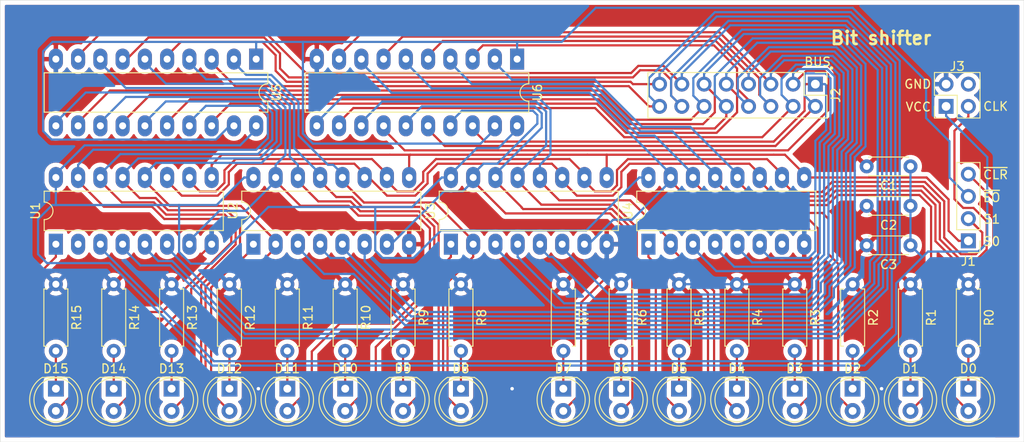
<source format=kicad_pcb>
(kicad_pcb (version 20171130) (host pcbnew "(5.1.4)-1")
  (layers (0 F.Cu signal) (31 B.Cu signal) (34 B.Paste user) (35 F.Paste user) (36 B.SilkS user) (37 F.SilkS user) (38 B.Mask user) (39 F.Mask user) (44 Edge.Cuts user))
  (net 0 "")
  (net 1 GND)
  (net 2 VCC)
  (net 3 "/BIT SHIFTER/D_O0")
  (net 4 "Net-(D0-Pad1)")
  (net 5 "/BIT SHIFTER/D_O1")
  (net 6 "Net-(D1-Pad1)")
  (net 7 "/BIT SHIFTER/D_O2")
  (net 8 "Net-(D2-Pad1)")
  (net 9 "/BIT SHIFTER/D_O3")
  (net 10 "Net-(D3-Pad1)")
  (net 11 "/BIT SHIFTER/D_O4")
  (net 12 "Net-(D4-Pad1)")
  (net 13 "/BIT SHIFTER/D_O5")
  (net 14 "Net-(D5-Pad1)")
  (net 15 "/BIT SHIFTER/D_O6")
  (net 16 "Net-(D6-Pad1)")
  (net 17 "/BIT SHIFTER/D_O7")
  (net 18 "Net-(D7-Pad1)")
  (net 19 "/BIT SHIFTER/D_O8")
  (net 20 "Net-(D8-Pad1)")
  (net 21 "/BIT SHIFTER/D_O9")
  (net 22 "Net-(D9-Pad1)")
  (net 23 "/BIT SHIFTER/D_O10")
  (net 24 "Net-(D10-Pad1)")
  (net 25 "/BIT SHIFTER/D_O11")
  (net 26 "Net-(D11-Pad1)")
  (net 27 "/BIT SHIFTER/D_O12")
  (net 28 "Net-(D12-Pad1)")
  (net 29 "/BIT SHIFTER/D_O13")
  (net 30 "Net-(D13-Pad1)")
  (net 31 "/BIT SHIFTER/D_O14")
  (net 32 "Net-(D14-Pad1)")
  (net 33 "/BIT SHIFTER/D_O15")
  (net 34 "Net-(D15-Pad1)")
  (net 35 "/BIT SHIFTER/~CLR~")
  (net 36 "/BIT SHIFTER/~EO~")
  (net 37 "/BIT SHIFTER/S1")
  (net 38 "/BIT SHIFTER/S0")
  (net 39 "/BIT SHIFTER/D15")
  (net 40 "/BIT SHIFTER/D14")
  (net 41 "/BIT SHIFTER/D13")
  (net 42 "/BIT SHIFTER/D12")
  (net 43 "/BIT SHIFTER/D11")
  (net 44 "/BIT SHIFTER/D10")
  (net 45 "/BIT SHIFTER/D9")
  (net 46 "/BIT SHIFTER/D8")
  (net 47 "/BIT SHIFTER/D7")
  (net 48 "/BIT SHIFTER/D6")
  (net 49 "/BIT SHIFTER/D5")
  (net 50 "/BIT SHIFTER/D4")
  (net 51 "/BIT SHIFTER/D3")
  (net 52 "/BIT SHIFTER/D2")
  (net 53 "/BIT SHIFTER/D1")
  (net 54 "/BIT SHIFTER/D0")
  (net 55 "/CONN PWR/~CLK~")
  (net 56 "/BIT SHIFTER/CLK")
  (net 57 "Net-(U1-Pad2)")
  (net 58 "Net-(U4-Pad7)")
  (module Connector_PinHeader_2.54mm:PinHeader_2x08_P2.54mm_Vertical (layer F.Cu) (at 163.6395 108.077 270)
    (fp_text reference J2 (at 1.27 -2.33 90) (layer F.SilkS))
    (fp_text value Conn_02x08_Odd_Even)
    (pad 1 thru_hole rect (at 0 0 270) (size 1.7 1.7) (drill 1) (layers *.Cu *.Mask) (net 54 "/BIT SHIFTER/D0"))
    (pad 2 thru_hole oval (at 2.54 0 270) (size 1.7 1.7) (drill 1) (layers *.Cu *.Mask) (net 53 "/BIT SHIFTER/D1"))
    (pad 3 thru_hole oval (at 0 2.54 270) (size 1.7 1.7) (drill 1) (layers *.Cu *.Mask) (net 52 "/BIT SHIFTER/D2"))
    (pad 4 thru_hole oval (at 2.54 2.54 270) (size 1.7 1.7) (drill 1) (layers *.Cu *.Mask) (net 51 "/BIT SHIFTER/D3"))
    (pad 5 thru_hole oval (at 0 5.08 270) (size 1.7 1.7) (drill 1) (layers *.Cu *.Mask) (net 50 "/BIT SHIFTER/D4"))
    (pad 6 thru_hole oval (at 2.54 5.08 270) (size 1.7 1.7) (drill 1) (layers *.Cu *.Mask) (net 49 "/BIT SHIFTER/D5"))
    (pad 7 thru_hole oval (at 0 7.62 270) (size 1.7 1.7) (drill 1) (layers *.Cu *.Mask) (net 48 "/BIT SHIFTER/D6"))
    (pad 8 thru_hole oval (at 2.54 7.62 270) (size 1.7 1.7) (drill 1) (layers *.Cu *.Mask) (net 47 "/BIT SHIFTER/D7"))
    (pad 9 thru_hole oval (at 0 10.16 270) (size 1.7 1.7) (drill 1) (layers *.Cu *.Mask) (net 46 "/BIT SHIFTER/D8"))
    (pad 10 thru_hole oval (at 2.54 10.16 270) (size 1.7 1.7) (drill 1) (layers *.Cu *.Mask) (net 45 "/BIT SHIFTER/D9"))
    (pad 11 thru_hole oval (at 0 12.7 270) (size 1.7 1.7) (drill 1) (layers *.Cu *.Mask) (net 44 "/BIT SHIFTER/D10"))
    (pad 12 thru_hole oval (at 2.54 12.7 270) (size 1.7 1.7) (drill 1) (layers *.Cu *.Mask) (net 43 "/BIT SHIFTER/D11"))
    (pad 13 thru_hole oval (at 0 15.24 270) (size 1.7 1.7) (drill 1) (layers *.Cu *.Mask) (net 42 "/BIT SHIFTER/D12"))
    (pad 14 thru_hole oval (at 2.54 15.24 270) (size 1.7 1.7) (drill 1) (layers *.Cu *.Mask) (net 41 "/BIT SHIFTER/D13"))
    (pad 15 thru_hole oval (at 0 17.78 270) (size 1.7 1.7) (drill 1) (layers *.Cu *.Mask) (net 40 "/BIT SHIFTER/D14"))
    (pad 16 thru_hole oval (at 2.54 17.78 270) (size 1.7 1.7) (drill 1) (layers *.Cu *.Mask) (net 39 "/BIT SHIFTER/D15"))
  )
  (module Package_DIP:DIP-20_W7.62mm_LongPads (layer F.Cu) (at 129.6035 105.2195 270)
    (fp_text reference U6 (at 3.81 -2.33 90) (layer F.SilkS))
    (fp_text value 74LS244)
    (pad 20 thru_hole oval (at 7.62 0 270) (size 2.4 1.6) (drill 0.8) (layers *.Cu *.Mask) (net 2 VCC))
    (pad 10 thru_hole oval (at 0 22.86 270) (size 2.4 1.6) (drill 0.8) (layers *.Cu *.Mask) (net 1 GND))
    (pad 19 thru_hole oval (at 7.62 2.54 270) (size 2.4 1.6) (drill 0.8) (layers *.Cu *.Mask) (net 36 "/BIT SHIFTER/~EO~"))
    (pad 9 thru_hole oval (at 0 20.32 270) (size 2.4 1.6) (drill 0.8) (layers *.Cu *.Mask) (net 50 "/BIT SHIFTER/D4"))
    (pad 18 thru_hole oval (at 7.62 5.08 270) (size 2.4 1.6) (drill 0.8) (layers *.Cu *.Mask) (net 54 "/BIT SHIFTER/D0"))
    (pad 8 thru_hole oval (at 0 17.78 270) (size 2.4 1.6) (drill 0.8) (layers *.Cu *.Mask) (net 9 "/BIT SHIFTER/D_O3"))
    (pad 17 thru_hole oval (at 7.62 7.62 270) (size 2.4 1.6) (drill 0.8) (layers *.Cu *.Mask) (net 17 "/BIT SHIFTER/D_O7"))
    (pad 7 thru_hole oval (at 0 15.24 270) (size 2.4 1.6) (drill 0.8) (layers *.Cu *.Mask) (net 49 "/BIT SHIFTER/D5"))
    (pad 16 thru_hole oval (at 7.62 10.16 270) (size 2.4 1.6) (drill 0.8) (layers *.Cu *.Mask) (net 53 "/BIT SHIFTER/D1"))
    (pad 6 thru_hole oval (at 0 12.7 270) (size 2.4 1.6) (drill 0.8) (layers *.Cu *.Mask) (net 7 "/BIT SHIFTER/D_O2"))
    (pad 15 thru_hole oval (at 7.62 12.7 270) (size 2.4 1.6) (drill 0.8) (layers *.Cu *.Mask) (net 15 "/BIT SHIFTER/D_O6"))
    (pad 5 thru_hole oval (at 0 10.16 270) (size 2.4 1.6) (drill 0.8) (layers *.Cu *.Mask) (net 48 "/BIT SHIFTER/D6"))
    (pad 14 thru_hole oval (at 7.62 15.24 270) (size 2.4 1.6) (drill 0.8) (layers *.Cu *.Mask) (net 52 "/BIT SHIFTER/D2"))
    (pad 4 thru_hole oval (at 0 7.62 270) (size 2.4 1.6) (drill 0.8) (layers *.Cu *.Mask) (net 5 "/BIT SHIFTER/D_O1"))
    (pad 13 thru_hole oval (at 7.62 17.78 270) (size 2.4 1.6) (drill 0.8) (layers *.Cu *.Mask) (net 13 "/BIT SHIFTER/D_O5"))
    (pad 3 thru_hole oval (at 0 5.08 270) (size 2.4 1.6) (drill 0.8) (layers *.Cu *.Mask) (net 47 "/BIT SHIFTER/D7"))
    (pad 12 thru_hole oval (at 7.62 20.32 270) (size 2.4 1.6) (drill 0.8) (layers *.Cu *.Mask) (net 51 "/BIT SHIFTER/D3"))
    (pad 2 thru_hole oval (at 0 2.54 270) (size 2.4 1.6) (drill 0.8) (layers *.Cu *.Mask) (net 3 "/BIT SHIFTER/D_O0"))
    (pad 11 thru_hole oval (at 7.62 22.86 270) (size 2.4 1.6) (drill 0.8) (layers *.Cu *.Mask) (net 11 "/BIT SHIFTER/D_O4"))
    (pad 1 thru_hole rect (at 0 0 270) (size 2.4 1.6) (drill 0.8) (layers *.Cu *.Mask) (net 36 "/BIT SHIFTER/~EO~"))
  )
  (module Package_DIP:DIP-20_W7.62mm_LongPads (layer F.Cu) (at 99.822 105.2195 270)
    (fp_text reference U5 (at 3.81 -2.33 90) (layer F.SilkS))
    (fp_text value 74LS244)
    (pad 20 thru_hole oval (at 7.62 0 270) (size 2.4 1.6) (drill 0.8) (layers *.Cu *.Mask) (net 2 VCC))
    (pad 10 thru_hole oval (at 0 22.86 270) (size 2.4 1.6) (drill 0.8) (layers *.Cu *.Mask) (net 1 GND))
    (pad 19 thru_hole oval (at 7.62 2.54 270) (size 2.4 1.6) (drill 0.8) (layers *.Cu *.Mask) (net 36 "/BIT SHIFTER/~EO~"))
    (pad 9 thru_hole oval (at 0 20.32 270) (size 2.4 1.6) (drill 0.8) (layers *.Cu *.Mask) (net 42 "/BIT SHIFTER/D12"))
    (pad 18 thru_hole oval (at 7.62 5.08 270) (size 2.4 1.6) (drill 0.8) (layers *.Cu *.Mask) (net 46 "/BIT SHIFTER/D8"))
    (pad 8 thru_hole oval (at 0 17.78 270) (size 2.4 1.6) (drill 0.8) (layers *.Cu *.Mask) (net 25 "/BIT SHIFTER/D_O11"))
    (pad 17 thru_hole oval (at 7.62 7.62 270) (size 2.4 1.6) (drill 0.8) (layers *.Cu *.Mask) (net 33 "/BIT SHIFTER/D_O15"))
    (pad 7 thru_hole oval (at 0 15.24 270) (size 2.4 1.6) (drill 0.8) (layers *.Cu *.Mask) (net 41 "/BIT SHIFTER/D13"))
    (pad 16 thru_hole oval (at 7.62 10.16 270) (size 2.4 1.6) (drill 0.8) (layers *.Cu *.Mask) (net 45 "/BIT SHIFTER/D9"))
    (pad 6 thru_hole oval (at 0 12.7 270) (size 2.4 1.6) (drill 0.8) (layers *.Cu *.Mask) (net 23 "/BIT SHIFTER/D_O10"))
    (pad 15 thru_hole oval (at 7.62 12.7 270) (size 2.4 1.6) (drill 0.8) (layers *.Cu *.Mask) (net 31 "/BIT SHIFTER/D_O14"))
    (pad 5 thru_hole oval (at 0 10.16 270) (size 2.4 1.6) (drill 0.8) (layers *.Cu *.Mask) (net 40 "/BIT SHIFTER/D14"))
    (pad 14 thru_hole oval (at 7.62 15.24 270) (size 2.4 1.6) (drill 0.8) (layers *.Cu *.Mask) (net 44 "/BIT SHIFTER/D10"))
    (pad 4 thru_hole oval (at 0 7.62 270) (size 2.4 1.6) (drill 0.8) (layers *.Cu *.Mask) (net 21 "/BIT SHIFTER/D_O9"))
    (pad 13 thru_hole oval (at 7.62 17.78 270) (size 2.4 1.6) (drill 0.8) (layers *.Cu *.Mask) (net 29 "/BIT SHIFTER/D_O13"))
    (pad 3 thru_hole oval (at 0 5.08 270) (size 2.4 1.6) (drill 0.8) (layers *.Cu *.Mask) (net 39 "/BIT SHIFTER/D15"))
    (pad 12 thru_hole oval (at 7.62 20.32 270) (size 2.4 1.6) (drill 0.8) (layers *.Cu *.Mask) (net 43 "/BIT SHIFTER/D11"))
    (pad 2 thru_hole oval (at 0 2.54 270) (size 2.4 1.6) (drill 0.8) (layers *.Cu *.Mask) (net 19 "/BIT SHIFTER/D_O8"))
    (pad 11 thru_hole oval (at 7.62 22.86 270) (size 2.4 1.6) (drill 0.8) (layers *.Cu *.Mask) (net 27 "/BIT SHIFTER/D_O12"))
    (pad 1 thru_hole rect (at 0 0 270) (size 2.4 1.6) (drill 0.8) (layers *.Cu *.Mask) (net 36 "/BIT SHIFTER/~EO~"))
  )
  (module Package_DIP:DIP-16_W7.62mm_LongPads (layer F.Cu) (at 144.5895 126.365 90)
    (fp_text reference U4 (at 3.81 -2.33 90) (layer F.SilkS))
    (fp_text value 74LS194)
    (pad 16 thru_hole oval (at 7.62 0 90) (size 2.4 1.6) (drill 0.8) (layers *.Cu *.Mask) (net 2 VCC))
    (pad 8 thru_hole oval (at 0 17.78 90) (size 2.4 1.6) (drill 0.8) (layers *.Cu *.Mask) (net 1 GND))
    (pad 15 thru_hole oval (at 7.62 2.54 90) (size 2.4 1.6) (drill 0.8) (layers *.Cu *.Mask) (net 9 "/BIT SHIFTER/D_O3"))
    (pad 7 thru_hole oval (at 0 15.24 90) (size 2.4 1.6) (drill 0.8) (layers *.Cu *.Mask) (net 58 "Net-(U4-Pad7)"))
    (pad 14 thru_hole oval (at 7.62 5.08 90) (size 2.4 1.6) (drill 0.8) (layers *.Cu *.Mask) (net 7 "/BIT SHIFTER/D_O2"))
    (pad 6 thru_hole oval (at 0 12.7 90) (size 2.4 1.6) (drill 0.8) (layers *.Cu *.Mask) (net 54 "/BIT SHIFTER/D0"))
    (pad 13 thru_hole oval (at 7.62 7.62 90) (size 2.4 1.6) (drill 0.8) (layers *.Cu *.Mask) (net 5 "/BIT SHIFTER/D_O1"))
    (pad 5 thru_hole oval (at 0 10.16 90) (size 2.4 1.6) (drill 0.8) (layers *.Cu *.Mask) (net 53 "/BIT SHIFTER/D1"))
    (pad 12 thru_hole oval (at 7.62 10.16 90) (size 2.4 1.6) (drill 0.8) (layers *.Cu *.Mask) (net 3 "/BIT SHIFTER/D_O0"))
    (pad 4 thru_hole oval (at 0 7.62 90) (size 2.4 1.6) (drill 0.8) (layers *.Cu *.Mask) (net 52 "/BIT SHIFTER/D2"))
    (pad 11 thru_hole oval (at 7.62 12.7 90) (size 2.4 1.6) (drill 0.8) (layers *.Cu *.Mask) (net 56 "/BIT SHIFTER/CLK"))
    (pad 3 thru_hole oval (at 0 5.08 90) (size 2.4 1.6) (drill 0.8) (layers *.Cu *.Mask) (net 51 "/BIT SHIFTER/D3"))
    (pad 10 thru_hole oval (at 7.62 15.24 90) (size 2.4 1.6) (drill 0.8) (layers *.Cu *.Mask) (net 37 "/BIT SHIFTER/S1"))
    (pad 2 thru_hole oval (at 0 2.54 90) (size 2.4 1.6) (drill 0.8) (layers *.Cu *.Mask) (net 11 "/BIT SHIFTER/D_O4"))
    (pad 9 thru_hole oval (at 7.62 17.78 90) (size 2.4 1.6) (drill 0.8) (layers *.Cu *.Mask) (net 38 "/BIT SHIFTER/S0"))
    (pad 1 thru_hole rect (at 0 0 90) (size 2.4 1.6) (drill 0.8) (layers *.Cu *.Mask) (net 35 "/BIT SHIFTER/~CLR~"))
  )
  (module Package_DIP:DIP-16_W7.62mm_LongPads (layer F.Cu) (at 122.047 126.365 90)
    (fp_text reference U3 (at 3.81 -2.33 90) (layer F.SilkS))
    (fp_text value 74LS194)
    (pad 16 thru_hole oval (at 7.62 0 90) (size 2.4 1.6) (drill 0.8) (layers *.Cu *.Mask) (net 2 VCC))
    (pad 8 thru_hole oval (at 0 17.78 90) (size 2.4 1.6) (drill 0.8) (layers *.Cu *.Mask) (net 1 GND))
    (pad 15 thru_hole oval (at 7.62 2.54 90) (size 2.4 1.6) (drill 0.8) (layers *.Cu *.Mask) (net 17 "/BIT SHIFTER/D_O7"))
    (pad 7 thru_hole oval (at 0 15.24 90) (size 2.4 1.6) (drill 0.8) (layers *.Cu *.Mask) (net 9 "/BIT SHIFTER/D_O3"))
    (pad 14 thru_hole oval (at 7.62 5.08 90) (size 2.4 1.6) (drill 0.8) (layers *.Cu *.Mask) (net 15 "/BIT SHIFTER/D_O6"))
    (pad 6 thru_hole oval (at 0 12.7 90) (size 2.4 1.6) (drill 0.8) (layers *.Cu *.Mask) (net 50 "/BIT SHIFTER/D4"))
    (pad 13 thru_hole oval (at 7.62 7.62 90) (size 2.4 1.6) (drill 0.8) (layers *.Cu *.Mask) (net 13 "/BIT SHIFTER/D_O5"))
    (pad 5 thru_hole oval (at 0 10.16 90) (size 2.4 1.6) (drill 0.8) (layers *.Cu *.Mask) (net 49 "/BIT SHIFTER/D5"))
    (pad 12 thru_hole oval (at 7.62 10.16 90) (size 2.4 1.6) (drill 0.8) (layers *.Cu *.Mask) (net 11 "/BIT SHIFTER/D_O4"))
    (pad 4 thru_hole oval (at 0 7.62 90) (size 2.4 1.6) (drill 0.8) (layers *.Cu *.Mask) (net 48 "/BIT SHIFTER/D6"))
    (pad 11 thru_hole oval (at 7.62 12.7 90) (size 2.4 1.6) (drill 0.8) (layers *.Cu *.Mask) (net 56 "/BIT SHIFTER/CLK"))
    (pad 3 thru_hole oval (at 0 5.08 90) (size 2.4 1.6) (drill 0.8) (layers *.Cu *.Mask) (net 47 "/BIT SHIFTER/D7"))
    (pad 10 thru_hole oval (at 7.62 15.24 90) (size 2.4 1.6) (drill 0.8) (layers *.Cu *.Mask) (net 37 "/BIT SHIFTER/S1"))
    (pad 2 thru_hole oval (at 0 2.54 90) (size 2.4 1.6) (drill 0.8) (layers *.Cu *.Mask) (net 19 "/BIT SHIFTER/D_O8"))
    (pad 9 thru_hole oval (at 7.62 17.78 90) (size 2.4 1.6) (drill 0.8) (layers *.Cu *.Mask) (net 38 "/BIT SHIFTER/S0"))
    (pad 1 thru_hole rect (at 0 0 90) (size 2.4 1.6) (drill 0.8) (layers *.Cu *.Mask) (net 35 "/BIT SHIFTER/~CLR~"))
  )
  (module Package_DIP:DIP-16_W7.62mm_LongPads (layer F.Cu) (at 99.5045 126.365 90)
    (fp_text reference U2 (at 3.81 -2.33 90) (layer F.SilkS))
    (fp_text value 74LS194)
    (pad 16 thru_hole oval (at 7.62 0 90) (size 2.4 1.6) (drill 0.8) (layers *.Cu *.Mask) (net 2 VCC))
    (pad 8 thru_hole oval (at 0 17.78 90) (size 2.4 1.6) (drill 0.8) (layers *.Cu *.Mask) (net 1 GND))
    (pad 15 thru_hole oval (at 7.62 2.54 90) (size 2.4 1.6) (drill 0.8) (layers *.Cu *.Mask) (net 25 "/BIT SHIFTER/D_O11"))
    (pad 7 thru_hole oval (at 0 15.24 90) (size 2.4 1.6) (drill 0.8) (layers *.Cu *.Mask) (net 17 "/BIT SHIFTER/D_O7"))
    (pad 14 thru_hole oval (at 7.62 5.08 90) (size 2.4 1.6) (drill 0.8) (layers *.Cu *.Mask) (net 23 "/BIT SHIFTER/D_O10"))
    (pad 6 thru_hole oval (at 0 12.7 90) (size 2.4 1.6) (drill 0.8) (layers *.Cu *.Mask) (net 46 "/BIT SHIFTER/D8"))
    (pad 13 thru_hole oval (at 7.62 7.62 90) (size 2.4 1.6) (drill 0.8) (layers *.Cu *.Mask) (net 21 "/BIT SHIFTER/D_O9"))
    (pad 5 thru_hole oval (at 0 10.16 90) (size 2.4 1.6) (drill 0.8) (layers *.Cu *.Mask) (net 45 "/BIT SHIFTER/D9"))
    (pad 12 thru_hole oval (at 7.62 10.16 90) (size 2.4 1.6) (drill 0.8) (layers *.Cu *.Mask) (net 19 "/BIT SHIFTER/D_O8"))
    (pad 4 thru_hole oval (at 0 7.62 90) (size 2.4 1.6) (drill 0.8) (layers *.Cu *.Mask) (net 44 "/BIT SHIFTER/D10"))
    (pad 11 thru_hole oval (at 7.62 12.7 90) (size 2.4 1.6) (drill 0.8) (layers *.Cu *.Mask) (net 56 "/BIT SHIFTER/CLK"))
    (pad 3 thru_hole oval (at 0 5.08 90) (size 2.4 1.6) (drill 0.8) (layers *.Cu *.Mask) (net 43 "/BIT SHIFTER/D11"))
    (pad 10 thru_hole oval (at 7.62 15.24 90) (size 2.4 1.6) (drill 0.8) (layers *.Cu *.Mask) (net 37 "/BIT SHIFTER/S1"))
    (pad 2 thru_hole oval (at 0 2.54 90) (size 2.4 1.6) (drill 0.8) (layers *.Cu *.Mask) (net 27 "/BIT SHIFTER/D_O12"))
    (pad 9 thru_hole oval (at 7.62 17.78 90) (size 2.4 1.6) (drill 0.8) (layers *.Cu *.Mask) (net 38 "/BIT SHIFTER/S0"))
    (pad 1 thru_hole rect (at 0 0 90) (size 2.4 1.6) (drill 0.8) (layers *.Cu *.Mask) (net 35 "/BIT SHIFTER/~CLR~"))
  )
  (module Package_DIP:DIP-16_W7.62mm_LongPads (layer F.Cu) (at 76.962 126.365 90)
    (fp_text reference U1 (at 3.81 -2.33 90) (layer F.SilkS))
    (fp_text value 74LS194)
    (pad 16 thru_hole oval (at 7.62 0 90) (size 2.4 1.6) (drill 0.8) (layers *.Cu *.Mask) (net 2 VCC))
    (pad 8 thru_hole oval (at 0 17.78 90) (size 2.4 1.6) (drill 0.8) (layers *.Cu *.Mask) (net 1 GND))
    (pad 15 thru_hole oval (at 7.62 2.54 90) (size 2.4 1.6) (drill 0.8) (layers *.Cu *.Mask) (net 33 "/BIT SHIFTER/D_O15"))
    (pad 7 thru_hole oval (at 0 15.24 90) (size 2.4 1.6) (drill 0.8) (layers *.Cu *.Mask) (net 25 "/BIT SHIFTER/D_O11"))
    (pad 14 thru_hole oval (at 7.62 5.08 90) (size 2.4 1.6) (drill 0.8) (layers *.Cu *.Mask) (net 31 "/BIT SHIFTER/D_O14"))
    (pad 6 thru_hole oval (at 0 12.7 90) (size 2.4 1.6) (drill 0.8) (layers *.Cu *.Mask) (net 42 "/BIT SHIFTER/D12"))
    (pad 13 thru_hole oval (at 7.62 7.62 90) (size 2.4 1.6) (drill 0.8) (layers *.Cu *.Mask) (net 29 "/BIT SHIFTER/D_O13"))
    (pad 5 thru_hole oval (at 0 10.16 90) (size 2.4 1.6) (drill 0.8) (layers *.Cu *.Mask) (net 41 "/BIT SHIFTER/D13"))
    (pad 12 thru_hole oval (at 7.62 10.16 90) (size 2.4 1.6) (drill 0.8) (layers *.Cu *.Mask) (net 27 "/BIT SHIFTER/D_O12"))
    (pad 4 thru_hole oval (at 0 7.62 90) (size 2.4 1.6) (drill 0.8) (layers *.Cu *.Mask) (net 40 "/BIT SHIFTER/D14"))
    (pad 11 thru_hole oval (at 7.62 12.7 90) (size 2.4 1.6) (drill 0.8) (layers *.Cu *.Mask) (net 56 "/BIT SHIFTER/CLK"))
    (pad 3 thru_hole oval (at 0 5.08 90) (size 2.4 1.6) (drill 0.8) (layers *.Cu *.Mask) (net 39 "/BIT SHIFTER/D15"))
    (pad 10 thru_hole oval (at 7.62 15.24 90) (size 2.4 1.6) (drill 0.8) (layers *.Cu *.Mask) (net 37 "/BIT SHIFTER/S1"))
    (pad 2 thru_hole oval (at 0 2.54 90) (size 2.4 1.6) (drill 0.8) (layers *.Cu *.Mask) (net 57 "Net-(U1-Pad2)"))
    (pad 9 thru_hole oval (at 7.62 17.78 90) (size 2.4 1.6) (drill 0.8) (layers *.Cu *.Mask) (net 38 "/BIT SHIFTER/S0"))
    (pad 1 thru_hole rect (at 0 0 90) (size 2.4 1.6) (drill 0.8) (layers *.Cu *.Mask) (net 35 "/BIT SHIFTER/~CLR~"))
  )
  (module Resistor_THT:R_Axial_DIN0207_L6.3mm_D2.5mm_P7.62mm_Horizontal (layer F.Cu) (at 76.962 130.937 270)
    (fp_text reference R15 (at 3.81 -2.37 90) (layer F.SilkS))
    (fp_text value 5k)
    (pad 2 thru_hole oval (at 7.62 0 270) (size 1.6 1.6) (drill 0.8) (layers *.Cu *.Mask) (net 34 "Net-(D15-Pad1)"))
    (pad 1 thru_hole circle (at 0 0 270) (size 1.6 1.6) (drill 0.8) (layers *.Cu *.Mask) (net 1 GND))
  )
  (module Resistor_THT:R_Axial_DIN0207_L6.3mm_D2.5mm_P7.62mm_Horizontal (layer F.Cu) (at 83.566 130.937 270)
    (fp_text reference R14 (at 3.81 -2.37 90) (layer F.SilkS))
    (fp_text value 5k)
    (pad 2 thru_hole oval (at 7.62 0 270) (size 1.6 1.6) (drill 0.8) (layers *.Cu *.Mask) (net 32 "Net-(D14-Pad1)"))
    (pad 1 thru_hole circle (at 0 0 270) (size 1.6 1.6) (drill 0.8) (layers *.Cu *.Mask) (net 1 GND))
  )
  (module Resistor_THT:R_Axial_DIN0207_L6.3mm_D2.5mm_P7.62mm_Horizontal (layer F.Cu) (at 90.17 130.937 270)
    (fp_text reference R13 (at 3.81 -2.37 90) (layer F.SilkS))
    (fp_text value 5k)
    (pad 2 thru_hole oval (at 7.62 0 270) (size 1.6 1.6) (drill 0.8) (layers *.Cu *.Mask) (net 30 "Net-(D13-Pad1)"))
    (pad 1 thru_hole circle (at 0 0 270) (size 1.6 1.6) (drill 0.8) (layers *.Cu *.Mask) (net 1 GND))
  )
  (module Resistor_THT:R_Axial_DIN0207_L6.3mm_D2.5mm_P7.62mm_Horizontal (layer F.Cu) (at 96.774 130.937 270)
    (fp_text reference R12 (at 3.81 -2.37 90) (layer F.SilkS))
    (fp_text value 5k)
    (pad 2 thru_hole oval (at 7.62 0 270) (size 1.6 1.6) (drill 0.8) (layers *.Cu *.Mask) (net 28 "Net-(D12-Pad1)"))
    (pad 1 thru_hole circle (at 0 0 270) (size 1.6 1.6) (drill 0.8) (layers *.Cu *.Mask) (net 1 GND))
  )
  (module Resistor_THT:R_Axial_DIN0207_L6.3mm_D2.5mm_P7.62mm_Horizontal (layer F.Cu) (at 103.378 130.937 270)
    (fp_text reference R11 (at 3.81 -2.37 90) (layer F.SilkS))
    (fp_text value 5k)
    (pad 2 thru_hole oval (at 7.62 0 270) (size 1.6 1.6) (drill 0.8) (layers *.Cu *.Mask) (net 26 "Net-(D11-Pad1)"))
    (pad 1 thru_hole circle (at 0 0 270) (size 1.6 1.6) (drill 0.8) (layers *.Cu *.Mask) (net 1 GND))
  )
  (module Resistor_THT:R_Axial_DIN0207_L6.3mm_D2.5mm_P7.62mm_Horizontal (layer F.Cu) (at 109.982 130.937 270)
    (fp_text reference R10 (at 3.81 -2.37 90) (layer F.SilkS))
    (fp_text value 5k)
    (pad 2 thru_hole oval (at 7.62 0 270) (size 1.6 1.6) (drill 0.8) (layers *.Cu *.Mask) (net 24 "Net-(D10-Pad1)"))
    (pad 1 thru_hole circle (at 0 0 270) (size 1.6 1.6) (drill 0.8) (layers *.Cu *.Mask) (net 1 GND))
  )
  (module Resistor_THT:R_Axial_DIN0207_L6.3mm_D2.5mm_P7.62mm_Horizontal (layer F.Cu) (at 116.586 130.937 270)
    (fp_text reference R9 (at 3.81 -2.37 90) (layer F.SilkS))
    (fp_text value 5k)
    (pad 2 thru_hole oval (at 7.62 0 270) (size 1.6 1.6) (drill 0.8) (layers *.Cu *.Mask) (net 22 "Net-(D9-Pad1)"))
    (pad 1 thru_hole circle (at 0 0 270) (size 1.6 1.6) (drill 0.8) (layers *.Cu *.Mask) (net 1 GND))
  )
  (module Resistor_THT:R_Axial_DIN0207_L6.3mm_D2.5mm_P7.62mm_Horizontal (layer F.Cu) (at 123.19 130.937 270)
    (fp_text reference R8 (at 3.81 -2.37 90) (layer F.SilkS))
    (fp_text value 5k)
    (pad 2 thru_hole oval (at 7.62 0 270) (size 1.6 1.6) (drill 0.8) (layers *.Cu *.Mask) (net 20 "Net-(D8-Pad1)"))
    (pad 1 thru_hole circle (at 0 0 270) (size 1.6 1.6) (drill 0.8) (layers *.Cu *.Mask) (net 1 GND))
  )
  (module Resistor_THT:R_Axial_DIN0207_L6.3mm_D2.5mm_P7.62mm_Horizontal (layer F.Cu) (at 134.874 130.937 270)
    (fp_text reference R7 (at 3.81 -2.37 90) (layer F.SilkS))
    (fp_text value 5k)
    (pad 2 thru_hole oval (at 7.62 0 270) (size 1.6 1.6) (drill 0.8) (layers *.Cu *.Mask) (net 18 "Net-(D7-Pad1)"))
    (pad 1 thru_hole circle (at 0 0 270) (size 1.6 1.6) (drill 0.8) (layers *.Cu *.Mask) (net 1 GND))
  )
  (module Resistor_THT:R_Axial_DIN0207_L6.3mm_D2.5mm_P7.62mm_Horizontal (layer F.Cu) (at 141.478 130.937 270)
    (fp_text reference R6 (at 3.81 -2.37 90) (layer F.SilkS))
    (fp_text value 5k)
    (pad 2 thru_hole oval (at 7.62 0 270) (size 1.6 1.6) (drill 0.8) (layers *.Cu *.Mask) (net 16 "Net-(D6-Pad1)"))
    (pad 1 thru_hole circle (at 0 0 270) (size 1.6 1.6) (drill 0.8) (layers *.Cu *.Mask) (net 1 GND))
  )
  (module Resistor_THT:R_Axial_DIN0207_L6.3mm_D2.5mm_P7.62mm_Horizontal (layer F.Cu) (at 148.082 130.937 270)
    (fp_text reference R5 (at 3.81 -2.37 90) (layer F.SilkS))
    (fp_text value 5k)
    (pad 2 thru_hole oval (at 7.62 0 270) (size 1.6 1.6) (drill 0.8) (layers *.Cu *.Mask) (net 14 "Net-(D5-Pad1)"))
    (pad 1 thru_hole circle (at 0 0 270) (size 1.6 1.6) (drill 0.8) (layers *.Cu *.Mask) (net 1 GND))
  )
  (module Resistor_THT:R_Axial_DIN0207_L6.3mm_D2.5mm_P7.62mm_Horizontal (layer F.Cu) (at 154.686 130.937 270)
    (fp_text reference R4 (at 3.81 -2.37 90) (layer F.SilkS))
    (fp_text value 5k)
    (pad 2 thru_hole oval (at 7.62 0 270) (size 1.6 1.6) (drill 0.8) (layers *.Cu *.Mask) (net 12 "Net-(D4-Pad1)"))
    (pad 1 thru_hole circle (at 0 0 270) (size 1.6 1.6) (drill 0.8) (layers *.Cu *.Mask) (net 1 GND))
  )
  (module Resistor_THT:R_Axial_DIN0207_L6.3mm_D2.5mm_P7.62mm_Horizontal (layer F.Cu) (at 161.29 130.937 270)
    (fp_text reference R3 (at 3.81 -2.37 90) (layer F.SilkS))
    (fp_text value 5k)
    (pad 2 thru_hole oval (at 7.62 0 270) (size 1.6 1.6) (drill 0.8) (layers *.Cu *.Mask) (net 10 "Net-(D3-Pad1)"))
    (pad 1 thru_hole circle (at 0 0 270) (size 1.6 1.6) (drill 0.8) (layers *.Cu *.Mask) (net 1 GND))
  )
  (module Resistor_THT:R_Axial_DIN0207_L6.3mm_D2.5mm_P7.62mm_Horizontal (layer F.Cu) (at 167.894 130.937 270)
    (fp_text reference R2 (at 3.81 -2.37 90) (layer F.SilkS))
    (fp_text value 5k)
    (pad 2 thru_hole oval (at 7.62 0 270) (size 1.6 1.6) (drill 0.8) (layers *.Cu *.Mask) (net 8 "Net-(D2-Pad1)"))
    (pad 1 thru_hole circle (at 0 0 270) (size 1.6 1.6) (drill 0.8) (layers *.Cu *.Mask) (net 1 GND))
  )
  (module Resistor_THT:R_Axial_DIN0207_L6.3mm_D2.5mm_P7.62mm_Horizontal (layer F.Cu) (at 174.498 130.937 270)
    (fp_text reference R1 (at 3.81 -2.37 90) (layer F.SilkS))
    (fp_text value 5k)
    (pad 2 thru_hole oval (at 7.62 0 270) (size 1.6 1.6) (drill 0.8) (layers *.Cu *.Mask) (net 6 "Net-(D1-Pad1)"))
    (pad 1 thru_hole circle (at 0 0 270) (size 1.6 1.6) (drill 0.8) (layers *.Cu *.Mask) (net 1 GND))
  )
  (module Resistor_THT:R_Axial_DIN0207_L6.3mm_D2.5mm_P7.62mm_Horizontal (layer F.Cu) (at 181.102 130.937 270)
    (fp_text reference R0 (at 3.81 -2.37 90) (layer F.SilkS))
    (fp_text value 5k)
    (pad 2 thru_hole oval (at 7.62 0 270) (size 1.6 1.6) (drill 0.8) (layers *.Cu *.Mask) (net 4 "Net-(D0-Pad1)"))
    (pad 1 thru_hole circle (at 0 0 270) (size 1.6 1.6) (drill 0.8) (layers *.Cu *.Mask) (net 1 GND))
  )
  (module Connector_PinHeader_2.54mm:PinHeader_2x02_P2.54mm_Vertical (layer F.Cu) (at 178.562 110.617 90)
    (fp_text reference J3 (at 4.572 1.27 180) (layer F.SilkS))
    (fp_text value Conn_02x02_Odd_Even)
    (pad 1 thru_hole rect (at 0 0 90) (size 1.7 1.7) (drill 1) (layers *.Cu *.Mask) (net 2 VCC))
    (pad 2 thru_hole oval (at 2.54 0 90) (size 1.7 1.7) (drill 1) (layers *.Cu *.Mask) (net 1 GND))
    (pad 3 thru_hole oval (at 0 2.54 90) (size 1.7 1.7) (drill 1) (layers *.Cu *.Mask) (net 56 "/BIT SHIFTER/CLK"))
    (pad 4 thru_hole oval (at 2.54 2.54 90) (size 1.7 1.7) (drill 1) (layers *.Cu *.Mask) (net 55 "/CONN PWR/~CLK~"))
  )
  (module Connector_PinHeader_2.54mm:PinHeader_1x04_P2.54mm_Vertical (layer F.Cu) (at 181.102 125.984 180)
    (fp_text reference J1 (at 0 -2.33) (layer F.SilkS))
    (fp_text value Conn_01x04)
    (pad 4 thru_hole oval (at 0 7.62 180) (size 1.7 1.7) (drill 1) (layers *.Cu *.Mask) (net 35 "/BIT SHIFTER/~CLR~"))
    (pad 3 thru_hole oval (at 0 5.08 180) (size 1.7 1.7) (drill 1) (layers *.Cu *.Mask) (net 36 "/BIT SHIFTER/~EO~"))
    (pad 2 thru_hole oval (at 0 2.54 180) (size 1.7 1.7) (drill 1) (layers *.Cu *.Mask) (net 37 "/BIT SHIFTER/S1"))
    (pad 1 thru_hole rect (at 0 0 180) (size 1.7 1.7) (drill 1) (layers *.Cu *.Mask) (net 38 "/BIT SHIFTER/S0"))
  )
  (module LED_THT:LED_D5.0mm (layer F.Cu) (at 76.962 142.875 270)
    (fp_text reference D15 (at -2.286 0 180) (layer F.SilkS))
    (fp_text value LED_ALT)
    (pad 2 thru_hole circle (at 2.54 0 270) (size 1.8 1.8) (drill 0.9) (layers *.Cu *.Mask) (net 33 "/BIT SHIFTER/D_O15"))
    (pad 1 thru_hole rect (at 0 0 270) (size 1.8 1.8) (drill 0.9) (layers *.Cu *.Mask) (net 34 "Net-(D15-Pad1)"))
  )
  (module LED_THT:LED_D5.0mm (layer F.Cu) (at 83.566 142.875 270)
    (fp_text reference D14 (at -2.286 0 180) (layer F.SilkS))
    (fp_text value LED_ALT)
    (pad 2 thru_hole circle (at 2.54 0 270) (size 1.8 1.8) (drill 0.9) (layers *.Cu *.Mask) (net 31 "/BIT SHIFTER/D_O14"))
    (pad 1 thru_hole rect (at 0 0 270) (size 1.8 1.8) (drill 0.9) (layers *.Cu *.Mask) (net 32 "Net-(D14-Pad1)"))
  )
  (module LED_THT:LED_D5.0mm (layer F.Cu) (at 90.17 142.875 270)
    (fp_text reference D13 (at -2.286 0 180) (layer F.SilkS))
    (fp_text value LED_ALT)
    (pad 2 thru_hole circle (at 2.54 0 270) (size 1.8 1.8) (drill 0.9) (layers *.Cu *.Mask) (net 29 "/BIT SHIFTER/D_O13"))
    (pad 1 thru_hole rect (at 0 0 270) (size 1.8 1.8) (drill 0.9) (layers *.Cu *.Mask) (net 30 "Net-(D13-Pad1)"))
  )
  (module LED_THT:LED_D5.0mm (layer F.Cu) (at 96.774 142.875 270)
    (fp_text reference D12 (at -2.286 0 180) (layer F.SilkS))
    (fp_text value LED_ALT)
    (pad 2 thru_hole circle (at 2.54 0 270) (size 1.8 1.8) (drill 0.9) (layers *.Cu *.Mask) (net 27 "/BIT SHIFTER/D_O12"))
    (pad 1 thru_hole rect (at 0 0 270) (size 1.8 1.8) (drill 0.9) (layers *.Cu *.Mask) (net 28 "Net-(D12-Pad1)"))
  )
  (module LED_THT:LED_D5.0mm (layer F.Cu) (at 103.378 142.875 270)
    (fp_text reference D11 (at -2.286 0 180) (layer F.SilkS))
    (fp_text value LED_ALT)
    (pad 2 thru_hole circle (at 2.54 0 270) (size 1.8 1.8) (drill 0.9) (layers *.Cu *.Mask) (net 25 "/BIT SHIFTER/D_O11"))
    (pad 1 thru_hole rect (at 0 0 270) (size 1.8 1.8) (drill 0.9) (layers *.Cu *.Mask) (net 26 "Net-(D11-Pad1)"))
  )
  (module LED_THT:LED_D5.0mm (layer F.Cu) (at 109.982 142.875 270)
    (fp_text reference D10 (at -2.286 0 180) (layer F.SilkS))
    (fp_text value LED_ALT)
    (pad 2 thru_hole circle (at 2.54 0 270) (size 1.8 1.8) (drill 0.9) (layers *.Cu *.Mask) (net 23 "/BIT SHIFTER/D_O10"))
    (pad 1 thru_hole rect (at 0 0 270) (size 1.8 1.8) (drill 0.9) (layers *.Cu *.Mask) (net 24 "Net-(D10-Pad1)"))
  )
  (module LED_THT:LED_D5.0mm (layer F.Cu) (at 116.586 142.875 270)
    (fp_text reference D9 (at -2.286 0 180) (layer F.SilkS))
    (fp_text value LED_ALT)
    (pad 2 thru_hole circle (at 2.54 0 270) (size 1.8 1.8) (drill 0.9) (layers *.Cu *.Mask) (net 21 "/BIT SHIFTER/D_O9"))
    (pad 1 thru_hole rect (at 0 0 270) (size 1.8 1.8) (drill 0.9) (layers *.Cu *.Mask) (net 22 "Net-(D9-Pad1)"))
  )
  (module LED_THT:LED_D5.0mm (layer F.Cu) (at 123.19 142.875 270)
    (fp_text reference D8 (at -2.286 0 180) (layer F.SilkS))
    (fp_text value LED_ALT)
    (pad 2 thru_hole circle (at 2.54 0 270) (size 1.8 1.8) (drill 0.9) (layers *.Cu *.Mask) (net 19 "/BIT SHIFTER/D_O8"))
    (pad 1 thru_hole rect (at 0 0 270) (size 1.8 1.8) (drill 0.9) (layers *.Cu *.Mask) (net 20 "Net-(D8-Pad1)"))
  )
  (module LED_THT:LED_D5.0mm (layer F.Cu) (at 134.874 142.875 270)
    (fp_text reference D7 (at -2.286 0 180) (layer F.SilkS))
    (fp_text value LED_ALT)
    (pad 2 thru_hole circle (at 2.54 0 270) (size 1.8 1.8) (drill 0.9) (layers *.Cu *.Mask) (net 17 "/BIT SHIFTER/D_O7"))
    (pad 1 thru_hole rect (at 0 0 270) (size 1.8 1.8) (drill 0.9) (layers *.Cu *.Mask) (net 18 "Net-(D7-Pad1)"))
  )
  (module LED_THT:LED_D5.0mm (layer F.Cu) (at 141.478 142.875 270)
    (fp_text reference D6 (at -2.286 0 180) (layer F.SilkS))
    (fp_text value LED_ALT)
    (pad 2 thru_hole circle (at 2.54 0 270) (size 1.8 1.8) (drill 0.9) (layers *.Cu *.Mask) (net 15 "/BIT SHIFTER/D_O6"))
    (pad 1 thru_hole rect (at 0 0 270) (size 1.8 1.8) (drill 0.9) (layers *.Cu *.Mask) (net 16 "Net-(D6-Pad1)"))
  )
  (module LED_THT:LED_D5.0mm (layer F.Cu) (at 148.082 142.875 270)
    (fp_text reference D5 (at -2.286 0 180) (layer F.SilkS))
    (fp_text value LED_ALT)
    (pad 2 thru_hole circle (at 2.54 0 270) (size 1.8 1.8) (drill 0.9) (layers *.Cu *.Mask) (net 13 "/BIT SHIFTER/D_O5"))
    (pad 1 thru_hole rect (at 0 0 270) (size 1.8 1.8) (drill 0.9) (layers *.Cu *.Mask) (net 14 "Net-(D5-Pad1)"))
  )
  (module LED_THT:LED_D5.0mm (layer F.Cu) (at 154.686 142.875 270)
    (fp_text reference D4 (at -2.286 0 180) (layer F.SilkS))
    (fp_text value LED_ALT)
    (pad 2 thru_hole circle (at 2.54 0 270) (size 1.8 1.8) (drill 0.9) (layers *.Cu *.Mask) (net 11 "/BIT SHIFTER/D_O4"))
    (pad 1 thru_hole rect (at 0 0 270) (size 1.8 1.8) (drill 0.9) (layers *.Cu *.Mask) (net 12 "Net-(D4-Pad1)"))
  )
  (module LED_THT:LED_D5.0mm (layer F.Cu) (at 161.29 142.875 270)
    (fp_text reference D3 (at -2.286 0 180) (layer F.SilkS))
    (fp_text value LED_ALT)
    (pad 2 thru_hole circle (at 2.54 0 270) (size 1.8 1.8) (drill 0.9) (layers *.Cu *.Mask) (net 9 "/BIT SHIFTER/D_O3"))
    (pad 1 thru_hole rect (at 0 0 270) (size 1.8 1.8) (drill 0.9) (layers *.Cu *.Mask) (net 10 "Net-(D3-Pad1)"))
  )
  (module LED_THT:LED_D5.0mm (layer F.Cu) (at 167.894 142.875 270)
    (fp_text reference D2 (at -2.286 0 180) (layer F.SilkS))
    (fp_text value LED_ALT)
    (pad 2 thru_hole circle (at 2.54 0 270) (size 1.8 1.8) (drill 0.9) (layers *.Cu *.Mask) (net 7 "/BIT SHIFTER/D_O2"))
    (pad 1 thru_hole rect (at 0 0 270) (size 1.8 1.8) (drill 0.9) (layers *.Cu *.Mask) (net 8 "Net-(D2-Pad1)"))
  )
  (module LED_THT:LED_D5.0mm (layer F.Cu) (at 174.498 142.875 270)
    (fp_text reference D1 (at -2.286 0 180) (layer F.SilkS))
    (fp_text value LED_ALT)
    (pad 2 thru_hole circle (at 2.54 0 270) (size 1.8 1.8) (drill 0.9) (layers *.Cu *.Mask) (net 5 "/BIT SHIFTER/D_O1"))
    (pad 1 thru_hole rect (at 0 0 270) (size 1.8 1.8) (drill 0.9) (layers *.Cu *.Mask) (net 6 "Net-(D1-Pad1)"))
  )
  (module LED_THT:LED_D5.0mm (layer F.Cu) (at 181.102 142.875 270)
    (fp_text reference D0 (at -2.286 0 180) (layer F.SilkS))
    (fp_text value LED_ALT)
    (pad 2 thru_hole circle (at 2.54 0 270) (size 1.8 1.8) (drill 0.9) (layers *.Cu *.Mask) (net 3 "/BIT SHIFTER/D_O0"))
    (pad 1 thru_hole rect (at 0 0 270) (size 1.8 1.8) (drill 0.9) (layers *.Cu *.Mask) (net 4 "Net-(D0-Pad1)"))
  )
  (module Capacitor_THT:C_Disc_D4.3mm_W1.9mm_P5.00mm (layer F.Cu) (at 174.498 126.492 180)
    (fp_text reference C3 (at 2.5 -2.2) (layer F.SilkS))
    (fp_text value 0.1µF)
    (pad 2 thru_hole circle (at 5 0 180) (size 1.6 1.6) (drill 0.8) (layers *.Cu *.Mask) (net 1 GND))
    (pad 1 thru_hole circle (at 0 0 180) (size 1.6 1.6) (drill 0.8) (layers *.Cu *.Mask) (net 2 VCC))
  )
  (module Capacitor_THT:C_Disc_D4.3mm_W1.9mm_P5.00mm (layer F.Cu) (at 174.498 121.9835 180)
    (fp_text reference C2 (at 2.5 -2.2) (layer F.SilkS))
    (fp_text value 0.1µF)
    (pad 2 thru_hole circle (at 5 0 180) (size 1.6 1.6) (drill 0.8) (layers *.Cu *.Mask) (net 1 GND))
    (pad 1 thru_hole circle (at 0 0 180) (size 1.6 1.6) (drill 0.8) (layers *.Cu *.Mask) (net 2 VCC))
  )
  (module Capacitor_THT:C_Disc_D4.3mm_W1.9mm_P5.00mm (layer F.Cu) (at 174.498 117.475 180)
    (fp_text reference C1 (at 2.5 -2.2) (layer F.SilkS))
    (fp_text value 0.1µF)
    (pad 2 thru_hole circle (at 5 0 180) (size 1.6 1.6) (drill 0.8) (layers *.Cu *.Mask) (net 1 GND))
    (pad 1 thru_hole circle (at 0 0 180) (size 1.6 1.6) (drill 0.8) (layers *.Cu *.Mask) (net 2 VCC))
  )
  (gr_text S0 (at 183.769 126.0475) (layer F.SilkS) (effects (font (size 1 1))))
  (gr_text S1 (at 183.769 123.5075) (layer F.SilkS) (effects (font (size 1 1))))
  (gr_text ~EO~ (at 183.769 121.031) (layer F.SilkS) (effects (font (size 1 1))))
  (gr_text ~CLR~ (at 184.2135 118.4275) (layer F.SilkS) (effects (font (size 1 1))))
  (gr_circle (center 165.481 106.2355) (end 165.581 106.2355) (layer F.SilkS) (width 0.2))
  (gr_text BUS (at 163.8935 105.537) (layer F.SilkS) (effects (font (size 1 1))))
  (gr_text CLK (at 184.2135 110.617) (layer F.SilkS) (effects (font (size 1 1))))
  (gr_text VCC (at 175.387 110.6805) (layer F.SilkS) (effects (font (size 1 1))))
  (gr_text GND (at 175.3235 108.077) (layer F.SilkS) (effects (font (size 1 1))))
  (gr_text "Bit shifter" (at 171.1325 102.8065) (layer F.SilkS) (effects (font (size 1.5 1.5) (thickness 0.3))))
  (gr_line (start 187.452 98.4885) (end 187.452 148.971) (layer Edge.Cuts) (width 0.05))
  (gr_line (start 70.612 98.4885) (end 187.452 98.4885) (layer Edge.Cuts) (width 0.05))
  (gr_line (start 70.612 148.971) (end 70.612 98.4885) (layer Edge.Cuts) (width 0.05))
  (gr_line (start 187.452 148.971) (end 70.612 148.971) (layer Edge.Cuts) (width 0.05))
  (segment (start 94.742 126.365) (end 90.17 130.937) (width 0.25) (layer F.Cu) (net 1))
  (segment (start 161.29 130.937) (end 154.686 130.937) (width 0.25) (layer B.Cu) (net 1))
  (segment (start 154.686 130.937) (end 148.082 130.937) (width 0.25) (layer B.Cu) (net 1))
  (via (at 171.196 142.875) (size 0.8) (drill 0.4) (layers F.Cu B.Cu) (net 1))
  (via (at 129.032 142.875) (size 0.8) (drill 0.4) (layers F.Cu B.Cu) (net 1))
  (via (at 100.076 142.875) (size 0.8) (drill 0.4) (layers F.Cu B.Cu) (net 1))
  (segment (start 76.962 118.345) (end 76.962 118.745) (width 0.25) (layer B.Cu) (net 2))
  (segment (start 80.23701 115.06999) (end 76.962 118.345) (width 0.25) (layer B.Cu) (net 2))
  (segment (start 97.99151 115.06999) (end 80.23701 115.06999) (width 0.25) (layer B.Cu) (net 2))
  (segment (start 99.822 113.2395) (end 97.99151 115.06999) (width 0.25) (layer B.Cu) (net 2))
  (segment (start 99.822 112.8395) (end 99.822 113.2395) (width 0.25) (layer B.Cu) (net 2))
  (segment (start 122.047 118.345) (end 122.047 118.745) (width 0.25) (layer B.Cu) (net 2))
  (segment (start 125.02049 115.37151) (end 122.047 118.345) (width 0.25) (layer B.Cu) (net 2))
  (segment (start 127.47149 115.37151) (end 125.02049 115.37151) (width 0.25) (layer B.Cu) (net 2))
  (segment (start 129.6035 113.2395) (end 127.47149 115.37151) (width 0.25) (layer B.Cu) (net 2))
  (segment (start 129.6035 112.8395) (end 129.6035 113.2395) (width 0.25) (layer B.Cu) (net 2))
  (segment (start 91.02699 127.251705) (end 92.362785 128.5875) (width 0.25) (layer B.Cu) (net 2))
  (segment (start 92.362785 128.5875) (end 94.742 128.5875) (width 0.25) (layer B.Cu) (net 2))
  (segment (start 94.742 128.5875) (end 101.219 122.1105) (width 0.25) (layer B.Cu) (net 2))
  (segment (start 120.997 118.745) (end 122.047 118.745) (width 0.25) (layer B.Cu) (net 2))
  (segment (start 117.6315 122.1105) (end 120.997 118.745) (width 0.25) (layer B.Cu) (net 2))
  (segment (start 113.411 127.093215) (end 113.411 122.1105) (width 0.25) (layer B.Cu) (net 2))
  (segment (start 114.257795 127.94001) (end 113.411 127.093215) (width 0.25) (layer B.Cu) (net 2))
  (segment (start 117.771205 127.94001) (end 114.257795 127.94001) (width 0.25) (layer B.Cu) (net 2))
  (segment (start 120.921216 124.789999) (end 117.771205 127.94001) (width 0.25) (layer B.Cu) (net 2))
  (segment (start 137.494501 124.789999) (end 120.921216 124.789999) (width 0.25) (layer B.Cu) (net 2))
  (segment (start 143.5395 118.745) (end 137.494501 124.789999) (width 0.25) (layer B.Cu) (net 2))
  (segment (start 144.5895 118.745) (end 143.5395 118.745) (width 0.25) (layer B.Cu) (net 2))
  (segment (start 113.411 122.1105) (end 117.6315 122.1105) (width 0.25) (layer B.Cu) (net 2))
  (segment (start 101.219 122.1105) (end 113.411 122.1105) (width 0.25) (layer B.Cu) (net 2))
  (segment (start 74.93 127.508) (end 75.946 128.524) (width 0.25) (layer B.Cu) (net 2))
  (segment (start 94.801891 140.232011) (end 169.228991 140.232011) (width 0.25) (layer B.Cu) (net 2))
  (segment (start 75.946 128.524) (end 83.09388 128.524) (width 0.25) (layer B.Cu) (net 2))
  (segment (start 83.09388 128.524) (end 94.801891 140.232011) (width 0.25) (layer B.Cu) (net 2))
  (segment (start 178.562 111.717) (end 178.562 110.617) (width 0.25) (layer B.Cu) (net 2))
  (segment (start 183.261 116.416) (end 178.562 111.717) (width 0.25) (layer B.Cu) (net 2))
  (segment (start 183.261 126.200002) (end 183.261 116.416) (width 0.25) (layer B.Cu) (net 2))
  (segment (start 95.31099 121.88851) (end 91.02699 121.88851) (width 0.25) (layer B.Cu) (net 2))
  (segment (start 98.4545 118.745) (end 95.31099 121.88851) (width 0.25) (layer B.Cu) (net 2))
  (segment (start 99.5045 118.745) (end 98.4545 118.745) (width 0.25) (layer B.Cu) (net 2))
  (segment (start 91.02699 121.88851) (end 91.02699 127.251705) (width 0.25) (layer B.Cu) (net 2))
  (segment (start 76.54899 121.88851) (end 74.93 123.5075) (width 0.25) (layer B.Cu) (net 2))
  (segment (start 74.93 123.5075) (end 74.93 127.508) (width 0.25) (layer B.Cu) (net 2))
  (segment (start 76.962 121.85702) (end 76.99349 121.88851) (width 0.25) (layer B.Cu) (net 2))
  (segment (start 76.962 118.745) (end 76.962 121.85702) (width 0.25) (layer B.Cu) (net 2))
  (segment (start 91.02699 121.88851) (end 76.99349 121.88851) (width 0.25) (layer B.Cu) (net 2))
  (segment (start 76.99349 121.88851) (end 76.54899 121.88851) (width 0.25) (layer B.Cu) (net 2))
  (segment (start 174.498 118.60637) (end 174.498 121.9835) (width 0.25) (layer B.Cu) (net 2))
  (segment (start 174.498 117.475) (end 174.498 118.60637) (width 0.25) (layer B.Cu) (net 2))
  (segment (start 174.498 121.9835) (end 174.498 126.492) (width 0.25) (layer B.Cu) (net 2))
  (segment (start 172.864661 136.596341) (end 172.542251 136.918751) (width 0.25) (layer B.Cu) (net 2))
  (segment (start 169.228991 140.232011) (end 172.542251 136.918751) (width 0.25) (layer B.Cu) (net 2))
  (segment (start 182.252001 127.209001) (end 183.261 126.200002) (width 0.25) (layer B.Cu) (net 2))
  (segment (start 172.864661 130.831337) (end 172.864661 131.081661) (width 0.25) (layer B.Cu) (net 2))
  (segment (start 182.252001 127.209001) (end 176.486997 127.209001) (width 0.25) (layer B.Cu) (net 2))
  (segment (start 172.864661 131.081661) (end 172.864661 136.596341) (width 0.25) (layer B.Cu) (net 2))
  (segment (start 175.297999 127.291999) (end 175.850999 127.844999) (width 0.25) (layer B.Cu) (net 2))
  (segment (start 174.498 126.492) (end 175.297999 127.291999) (width 0.25) (layer B.Cu) (net 2))
  (segment (start 176.486997 127.209001) (end 175.850999 127.844999) (width 0.25) (layer B.Cu) (net 2))
  (segment (start 175.850999 127.844999) (end 172.864661 130.831337) (width 0.25) (layer B.Cu) (net 2))
  (segment (start 129.012997 107.568997) (end 138.474863 107.568997) (width 0.25) (layer B.Cu) (net 3))
  (segment (start 154.7495 118.345) (end 154.7495 118.745) (width 0.25) (layer B.Cu) (net 3))
  (segment (start 127.0635 105.2195) (end 127.0635 105.6195) (width 0.25) (layer B.Cu) (net 3))
  (segment (start 127.0635 105.6195) (end 129.012997 107.568997) (width 0.25) (layer B.Cu) (net 3))
  (segment (start 138.474863 107.568997) (end 143.872366 112.9665) (width 0.25) (layer B.Cu) (net 3))
  (segment (start 149.371 112.9665) (end 154.7495 118.345) (width 0.25) (layer B.Cu) (net 3))
  (segment (start 143.872366 112.9665) (end 149.371 112.9665) (width 0.25) (layer B.Cu) (net 3))
  (segment (start 179.5145 128.185743) (end 179.5145 143.8275) (width 0.25) (layer F.Cu) (net 3))
  (segment (start 154.7495 118.745) (end 154.7495 119.145) (width 0.25) (layer F.Cu) (net 3))
  (segment (start 157.000522 121.396022) (end 164.815716 121.396022) (width 0.25) (layer F.Cu) (net 3))
  (segment (start 177.347511 126.018752) (end 179.5145 128.185743) (width 0.25) (layer F.Cu) (net 3))
  (segment (start 165.966706 120.245033) (end 175.718167 120.245033) (width 0.25) (layer F.Cu) (net 3))
  (segment (start 164.815716 121.396022) (end 165.966706 120.245033) (width 0.25) (layer F.Cu) (net 3))
  (segment (start 154.7495 119.145) (end 157.000522 121.396022) (width 0.25) (layer F.Cu) (net 3))
  (segment (start 179.5145 143.8275) (end 180.202001 144.515001) (width 0.25) (layer F.Cu) (net 3))
  (segment (start 180.202001 144.515001) (end 181.102 145.415) (width 0.25) (layer F.Cu) (net 3))
  (segment (start 175.718167 120.245033) (end 177.347511 121.874377) (width 0.25) (layer F.Cu) (net 3))
  (segment (start 177.347511 121.874377) (end 177.347511 126.018752) (width 0.25) (layer F.Cu) (net 3))
  (segment (start 181.102 141.725) (end 181.102 138.557) (width 0.25) (layer F.Cu) (net 4))
  (segment (start 181.102 142.875) (end 181.102 141.725) (width 0.25) (layer F.Cu) (net 4))
  (segment (start 138.267752 108.069008) (end 124.433008 108.069008) (width 0.25) (layer B.Cu) (net 5))
  (segment (start 121.9835 105.6195) (end 121.9835 105.2195) (width 0.25) (layer B.Cu) (net 5))
  (segment (start 124.433008 108.069008) (end 121.9835 105.6195) (width 0.25) (layer B.Cu) (net 5))
  (segment (start 143.665255 113.466511) (end 138.267752 108.069008) (width 0.25) (layer B.Cu) (net 5))
  (segment (start 147.331011 113.466511) (end 143.665255 113.466511) (width 0.25) (layer B.Cu) (net 5))
  (segment (start 152.2095 118.745) (end 152.2095 118.345) (width 0.25) (layer B.Cu) (net 5))
  (segment (start 152.2095 118.345) (end 147.331011 113.466511) (width 0.25) (layer B.Cu) (net 5))
  (segment (start 165.022827 121.896034) (end 166.173817 120.745044) (width 0.25) (layer F.Cu) (net 5))
  (segment (start 152.2095 118.745) (end 152.2095 119.145) (width 0.25) (layer F.Cu) (net 5))
  (segment (start 175.511056 120.745044) (end 176.8475 122.081488) (width 0.25) (layer F.Cu) (net 5))
  (segment (start 175.397999 144.515001) (end 174.498 145.415) (width 0.25) (layer F.Cu) (net 5))
  (segment (start 154.960533 121.896033) (end 156.793412 121.896034) (width 0.25) (layer F.Cu) (net 5))
  (segment (start 176.8475 143.0655) (end 175.397999 144.515001) (width 0.25) (layer F.Cu) (net 5))
  (segment (start 152.2095 119.145) (end 154.960533 121.896033) (width 0.25) (layer F.Cu) (net 5))
  (segment (start 176.8475 122.081488) (end 176.8475 143.0655) (width 0.25) (layer F.Cu) (net 5))
  (segment (start 166.173817 120.745044) (end 175.511056 120.745044) (width 0.25) (layer F.Cu) (net 5))
  (segment (start 156.793412 121.896034) (end 165.022827 121.896034) (width 0.25) (layer F.Cu) (net 5))
  (segment (start 174.498 141.725) (end 174.498 138.557) (width 0.25) (layer F.Cu) (net 6))
  (segment (start 174.498 142.875) (end 174.498 141.725) (width 0.25) (layer F.Cu) (net 6))
  (segment (start 149.6695 118.745) (end 149.6695 118.345) (width 0.25) (layer B.Cu) (net 7))
  (segment (start 149.6695 118.345) (end 145.291022 113.966522) (width 0.25) (layer B.Cu) (net 7))
  (segment (start 138.060641 108.569019) (end 119.853019 108.569019) (width 0.25) (layer B.Cu) (net 7))
  (segment (start 119.853019 108.569019) (end 116.9035 105.6195) (width 0.25) (layer B.Cu) (net 7))
  (segment (start 143.458143 113.966521) (end 138.060641 108.569019) (width 0.25) (layer B.Cu) (net 7))
  (segment (start 116.9035 105.6195) (end 116.9035 105.2195) (width 0.25) (layer B.Cu) (net 7))
  (segment (start 145.291022 113.966522) (end 143.458143 113.966521) (width 0.25) (layer B.Cu) (net 7))
  (segment (start 149.6695 119.145) (end 153.317522 122.793022) (width 0.25) (layer F.Cu) (net 7))
  (segment (start 149.6695 118.745) (end 149.6695 119.145) (width 0.25) (layer F.Cu) (net 7))
  (segment (start 153.317522 122.793022) (end 164.449014 122.793022) (width 0.25) (layer F.Cu) (net 7))
  (segment (start 166.243 143.764) (end 166.994001 144.515001) (width 0.25) (layer F.Cu) (net 7))
  (segment (start 166.994001 144.515001) (end 167.894 145.415) (width 0.25) (layer F.Cu) (net 7))
  (segment (start 166.243 128.596128) (end 166.243 143.764) (width 0.25) (layer F.Cu) (net 7))
  (segment (start 164.449014 122.793022) (end 165.131958 123.475966) (width 0.25) (layer F.Cu) (net 7))
  (segment (start 165.131959 127.485087) (end 166.243 128.596128) (width 0.25) (layer F.Cu) (net 7))
  (segment (start 165.131958 123.475966) (end 165.131959 127.485087) (width 0.25) (layer F.Cu) (net 7))
  (segment (start 167.894 141.725) (end 167.894 138.557) (width 0.25) (layer F.Cu) (net 8))
  (segment (start 167.894 142.875) (end 167.894 141.725) (width 0.25) (layer F.Cu) (net 8))
  (segment (start 147.1295 118.745) (end 147.1295 118.345) (width 0.25) (layer B.Cu) (net 9))
  (segment (start 147.1295 118.345) (end 137.85353 109.06903) (width 0.25) (layer B.Cu) (net 9))
  (segment (start 115.27303 109.06903) (end 111.8235 105.6195) (width 0.25) (layer B.Cu) (net 9))
  (segment (start 111.8235 105.6195) (end 111.8235 105.2195) (width 0.25) (layer B.Cu) (net 9))
  (segment (start 137.85353 109.06903) (end 115.27303 109.06903) (width 0.25) (layer B.Cu) (net 9))
  (segment (start 137.765285 126.365) (end 140.559285 123.571) (width 0.25) (layer B.Cu) (net 9))
  (segment (start 137.287 126.365) (end 137.765285 126.365) (width 0.25) (layer B.Cu) (net 9))
  (segment (start 147.1295 119.145) (end 147.1295 118.745) (width 0.25) (layer B.Cu) (net 9))
  (segment (start 142.7035 123.571) (end 147.1295 119.145) (width 0.25) (layer B.Cu) (net 9))
  (segment (start 140.559285 123.571) (end 142.7035 123.571) (width 0.25) (layer B.Cu) (net 9))
  (segment (start 151.277533 123.293033) (end 162.663033 123.293033) (width 0.25) (layer F.Cu) (net 9))
  (segment (start 147.1295 119.145) (end 151.277533 123.293033) (width 0.25) (layer F.Cu) (net 9))
  (segment (start 163.957 124.587) (end 163.957 142.748) (width 0.25) (layer F.Cu) (net 9))
  (segment (start 163.957 142.748) (end 162.189999 144.515001) (width 0.25) (layer F.Cu) (net 9))
  (segment (start 147.1295 118.745) (end 147.1295 119.145) (width 0.25) (layer F.Cu) (net 9))
  (segment (start 162.189999 144.515001) (end 161.29 145.415) (width 0.25) (layer F.Cu) (net 9))
  (segment (start 162.663033 123.293033) (end 163.957 124.587) (width 0.25) (layer F.Cu) (net 9))
  (segment (start 161.29 141.725) (end 161.29 138.557) (width 0.25) (layer F.Cu) (net 10))
  (segment (start 161.29 142.875) (end 161.29 141.725) (width 0.25) (layer F.Cu) (net 10))
  (segment (start 106.7435 112.4395) (end 106.7435 112.8395) (width 0.25) (layer B.Cu) (net 11))
  (segment (start 131.98454 109.56904) (end 109.61396 109.56904) (width 0.25) (layer B.Cu) (net 11))
  (segment (start 133.4135 110.998) (end 131.98454 109.56904) (width 0.25) (layer B.Cu) (net 11))
  (segment (start 133.4135 116.0885) (end 133.4135 110.998) (width 0.25) (layer B.Cu) (net 11))
  (segment (start 132.207 117.295) (end 133.4135 116.0885) (width 0.25) (layer B.Cu) (net 11))
  (segment (start 132.207 118.745) (end 132.207 117.295) (width 0.25) (layer B.Cu) (net 11))
  (segment (start 109.61396 109.56904) (end 106.7435 112.4395) (width 0.25) (layer B.Cu) (net 11))
  (segment (start 142.513 121.3485) (end 147.1295 125.965) (width 0.25) (layer F.Cu) (net 11))
  (segment (start 132.207 118.745) (end 132.207 119.145) (width 0.25) (layer F.Cu) (net 11))
  (segment (start 147.1295 125.965) (end 147.1295 126.365) (width 0.25) (layer F.Cu) (net 11))
  (segment (start 134.4105 121.3485) (end 142.513 121.3485) (width 0.25) (layer F.Cu) (net 11))
  (segment (start 132.207 119.145) (end 134.4105 121.3485) (width 0.25) (layer F.Cu) (net 11))
  (segment (start 153.786001 144.515001) (end 154.686 145.415) (width 0.25) (layer F.Cu) (net 11))
  (segment (start 152.0825 142.8115) (end 153.786001 144.515001) (width 0.25) (layer F.Cu) (net 11))
  (segment (start 152.0825 131.718) (end 152.0825 142.8115) (width 0.25) (layer F.Cu) (net 11))
  (segment (start 147.1295 126.765) (end 152.0825 131.718) (width 0.25) (layer F.Cu) (net 11))
  (segment (start 147.1295 126.365) (end 147.1295 126.765) (width 0.25) (layer F.Cu) (net 11))
  (segment (start 154.686 141.725) (end 154.686 138.557) (width 0.25) (layer F.Cu) (net 12))
  (segment (start 154.686 142.875) (end 154.686 141.725) (width 0.25) (layer F.Cu) (net 12))
  (segment (start 132.913489 111.205111) (end 131.777429 110.069051) (width 0.25) (layer B.Cu) (net 13))
  (segment (start 111.8235 112.4395) (end 111.8235 112.8395) (width 0.25) (layer B.Cu) (net 13))
  (segment (start 129.667 118.745) (end 129.667 118.345) (width 0.25) (layer B.Cu) (net 13))
  (segment (start 114.193949 110.069051) (end 111.8235 112.4395) (width 0.25) (layer B.Cu) (net 13))
  (segment (start 129.667 118.345) (end 132.913489 115.098511) (width 0.25) (layer B.Cu) (net 13))
  (segment (start 132.913489 115.098511) (end 132.913489 111.205111) (width 0.25) (layer B.Cu) (net 13))
  (segment (start 131.777429 110.069051) (end 114.193949 110.069051) (width 0.25) (layer B.Cu) (net 13))
  (segment (start 147.182001 144.515001) (end 148.082 145.415) (width 0.25) (layer F.Cu) (net 13))
  (segment (start 145.433498 142.766498) (end 147.182001 144.515001) (width 0.25) (layer F.Cu) (net 13))
  (segment (start 145.433498 130.066498) (end 145.433498 142.766498) (width 0.25) (layer F.Cu) (net 13))
  (segment (start 143.256 127.889) (end 145.433498 130.066498) (width 0.25) (layer F.Cu) (net 13))
  (segment (start 143.256 124.46) (end 143.256 127.889) (width 0.25) (layer F.Cu) (net 13))
  (segment (start 132.370511 121.848511) (end 140.644511 121.848511) (width 0.25) (layer F.Cu) (net 13))
  (segment (start 129.667 119.145) (end 132.370511 121.848511) (width 0.25) (layer F.Cu) (net 13))
  (segment (start 140.644511 121.848511) (end 143.256 124.46) (width 0.25) (layer F.Cu) (net 13))
  (segment (start 129.667 118.745) (end 129.667 119.145) (width 0.25) (layer F.Cu) (net 13))
  (segment (start 148.082 142.875) (end 148.082 138.557) (width 0.25) (layer F.Cu) (net 14))
  (segment (start 127.127 118.345) (end 132.413478 113.058522) (width 0.25) (layer B.Cu) (net 15))
  (segment (start 132.413478 113.058522) (end 132.413478 111.412222) (width 0.25) (layer B.Cu) (net 15))
  (segment (start 116.9035 112.4395) (end 116.9035 112.8395) (width 0.25) (layer B.Cu) (net 15))
  (segment (start 131.618256 110.617) (end 118.726 110.617) (width 0.25) (layer B.Cu) (net 15))
  (segment (start 118.726 110.617) (end 116.9035 112.4395) (width 0.25) (layer B.Cu) (net 15))
  (segment (start 132.413478 111.412222) (end 131.618256 110.617) (width 0.25) (layer B.Cu) (net 15))
  (segment (start 127.127 118.745) (end 127.127 118.345) (width 0.25) (layer B.Cu) (net 15))
  (segment (start 142.377999 144.515001) (end 141.478 145.415) (width 0.25) (layer F.Cu) (net 15))
  (segment (start 142.753001 144.139999) (end 142.377999 144.515001) (width 0.25) (layer F.Cu) (net 15))
  (segment (start 130.1115 122.1295) (end 130.1115 122.174) (width 0.25) (layer F.Cu) (net 15))
  (segment (start 142.753001 124.664123) (end 142.753001 144.139999) (width 0.25) (layer F.Cu) (net 15))
  (segment (start 127.127 119.145) (end 130.1115 122.1295) (width 0.25) (layer F.Cu) (net 15))
  (segment (start 127.127 118.745) (end 127.127 119.145) (width 0.25) (layer F.Cu) (net 15))
  (segment (start 130.1115 122.174) (end 130.286022 122.348522) (width 0.25) (layer F.Cu) (net 15))
  (segment (start 130.286022 122.348522) (end 140.4374 122.348522) (width 0.25) (layer F.Cu) (net 15))
  (segment (start 140.4374 122.348522) (end 142.753001 124.664123) (width 0.25) (layer F.Cu) (net 15))
  (segment (start 141.478 141.725) (end 141.478 138.557) (width 0.25) (layer F.Cu) (net 16))
  (segment (start 141.478 142.875) (end 141.478 141.725) (width 0.25) (layer F.Cu) (net 16))
  (segment (start 121.9835 112.4395) (end 123.30599 111.11701) (width 0.25) (layer B.Cu) (net 17))
  (segment (start 121.9835 112.8395) (end 121.9835 112.4395) (width 0.25) (layer B.Cu) (net 17))
  (segment (start 123.30599 111.11701) (end 131.411146 111.11701) (width 0.25) (layer B.Cu) (net 17))
  (segment (start 131.411146 111.11701) (end 131.913468 111.619332) (width 0.25) (layer B.Cu) (net 17))
  (segment (start 124.587 118.345) (end 124.587 118.745) (width 0.25) (layer B.Cu) (net 17))
  (segment (start 125.76201 117.16999) (end 124.587 118.345) (width 0.25) (layer B.Cu) (net 17))
  (segment (start 127.334725 117.16999) (end 125.76201 117.16999) (width 0.25) (layer B.Cu) (net 17))
  (segment (start 131.913468 112.591247) (end 127.334725 117.16999) (width 0.25) (layer B.Cu) (net 17))
  (segment (start 131.913468 111.619332) (end 131.913468 112.591247) (width 0.25) (layer B.Cu) (net 17))
  (segment (start 140.230289 122.848533) (end 142.24 124.858244) (width 0.25) (layer F.Cu) (net 17))
  (segment (start 142.24 124.858244) (end 142.24 127.6985) (width 0.25) (layer F.Cu) (net 17))
  (segment (start 142.24 127.6985) (end 136.906 133.0325) (width 0.25) (layer F.Cu) (net 17))
  (segment (start 136.906 133.0325) (end 136.906 143.383) (width 0.25) (layer F.Cu) (net 17))
  (segment (start 135.773999 144.515001) (end 134.874 145.415) (width 0.25) (layer F.Cu) (net 17))
  (segment (start 136.906 143.383) (end 135.773999 144.515001) (width 0.25) (layer F.Cu) (net 17))
  (segment (start 124.587 119.145) (end 128.290533 122.848533) (width 0.25) (layer F.Cu) (net 17))
  (segment (start 128.290533 122.848533) (end 140.230289 122.848533) (width 0.25) (layer F.Cu) (net 17))
  (segment (start 124.587 118.745) (end 124.587 119.145) (width 0.25) (layer F.Cu) (net 17))
  (segment (start 124.587 119.145) (end 124.587 118.745) (width 0.25) (layer B.Cu) (net 17))
  (segment (start 123.41199 120.32001) (end 124.587 119.145) (width 0.25) (layer B.Cu) (net 17))
  (segment (start 121.267775 120.32001) (end 123.41199 120.32001) (width 0.25) (layer B.Cu) (net 17))
  (segment (start 115.222785 126.365) (end 121.267775 120.32001) (width 0.25) (layer B.Cu) (net 17))
  (segment (start 114.7445 126.365) (end 115.222785 126.365) (width 0.25) (layer B.Cu) (net 17))
  (segment (start 134.874 141.725) (end 134.874 138.557) (width 0.25) (layer F.Cu) (net 18))
  (segment (start 134.874 142.875) (end 134.874 141.725) (width 0.25) (layer F.Cu) (net 18))
  (segment (start 108.015378 117.295) (end 104.655572 113.935194) (width 0.25) (layer B.Cu) (net 19))
  (segment (start 104.655572 113.935194) (end 104.655572 110.119718) (width 0.25) (layer B.Cu) (net 19))
  (segment (start 104.655572 110.119718) (end 101.557321 107.021467) (width 0.25) (layer B.Cu) (net 19))
  (segment (start 101.557321 107.021467) (end 98.683967 107.021467) (width 0.25) (layer B.Cu) (net 19))
  (segment (start 98.683967 107.021467) (end 97.282 105.6195) (width 0.25) (layer B.Cu) (net 19))
  (segment (start 97.282 105.6195) (end 97.282 105.2195) (width 0.25) (layer B.Cu) (net 19))
  (segment (start 109.6645 118.745) (end 109.6645 118.345) (width 0.25) (layer B.Cu) (net 19))
  (segment (start 108.6145 117.295) (end 108.015378 117.295) (width 0.25) (layer B.Cu) (net 19))
  (segment (start 109.6645 118.345) (end 108.6145 117.295) (width 0.25) (layer B.Cu) (net 19))
  (segment (start 124.587 125.965) (end 124.587 126.365) (width 0.25) (layer F.Cu) (net 19))
  (segment (start 120.2245 121.6025) (end 124.587 125.965) (width 0.25) (layer F.Cu) (net 19))
  (segment (start 112.122 121.6025) (end 120.2245 121.6025) (width 0.25) (layer F.Cu) (net 19))
  (segment (start 109.6645 118.745) (end 109.6645 119.145) (width 0.25) (layer F.Cu) (net 19))
  (segment (start 109.6645 119.145) (end 112.122 121.6025) (width 0.25) (layer F.Cu) (net 19))
  (segment (start 122.290001 144.515001) (end 123.19 145.415) (width 0.25) (layer F.Cu) (net 19))
  (segment (start 121.666 143.891) (end 122.290001 144.515001) (width 0.25) (layer F.Cu) (net 19))
  (segment (start 121.666 130.736) (end 121.666 143.891) (width 0.25) (layer F.Cu) (net 19))
  (segment (start 124.587 126.365) (end 124.587 127.815) (width 0.25) (layer F.Cu) (net 19))
  (segment (start 124.587 127.815) (end 121.666 130.736) (width 0.25) (layer F.Cu) (net 19))
  (segment (start 123.19 141.725) (end 123.19 138.557) (width 0.25) (layer F.Cu) (net 20))
  (segment (start 123.19 142.875) (end 123.19 141.725) (width 0.25) (layer F.Cu) (net 20))
  (segment (start 107.1245 118.345) (end 104.155562 115.376062) (width 0.25) (layer B.Cu) (net 21))
  (segment (start 107.1245 118.745) (end 107.1245 118.345) (width 0.25) (layer B.Cu) (net 21))
  (segment (start 104.155562 115.376062) (end 104.155562 110.32683) (width 0.25) (layer B.Cu) (net 21))
  (segment (start 101.35021 107.521478) (end 94.103978 107.521478) (width 0.25) (layer B.Cu) (net 21))
  (segment (start 92.202 105.6195) (end 92.202 105.2195) (width 0.25) (layer B.Cu) (net 21))
  (segment (start 104.155562 110.32683) (end 101.35021 107.521478) (width 0.25) (layer B.Cu) (net 21))
  (segment (start 94.103978 107.521478) (end 92.202 105.6195) (width 0.25) (layer B.Cu) (net 21))
  (segment (start 117.485999 144.515001) (end 116.586 145.415) (width 0.25) (layer F.Cu) (net 21))
  (segment (start 118.610011 122.102511) (end 120.65 124.1425) (width 0.25) (layer F.Cu) (net 21))
  (segment (start 111.914889 122.102511) (end 118.610011 122.102511) (width 0.25) (layer F.Cu) (net 21))
  (segment (start 120.65 141.351) (end 117.485999 144.515001) (width 0.25) (layer F.Cu) (net 21))
  (segment (start 110.785388 120.97301) (end 111.914889 122.102511) (width 0.25) (layer F.Cu) (net 21))
  (segment (start 108.95251 120.97301) (end 110.785388 120.97301) (width 0.25) (layer F.Cu) (net 21))
  (segment (start 107.1245 119.145) (end 108.95251 120.97301) (width 0.25) (layer F.Cu) (net 21))
  (segment (start 120.65 124.1425) (end 120.65 141.351) (width 0.25) (layer F.Cu) (net 21))
  (segment (start 107.1245 118.745) (end 107.1245 119.145) (width 0.25) (layer F.Cu) (net 21))
  (segment (start 116.586 142.875) (end 116.586 138.557) (width 0.25) (layer F.Cu) (net 22))
  (segment (start 101.143099 108.021489) (end 89.523989 108.021489) (width 0.25) (layer B.Cu) (net 23))
  (segment (start 103.655552 110.533942) (end 101.143099 108.021489) (width 0.25) (layer B.Cu) (net 23))
  (segment (start 103.655552 116.366052) (end 103.655552 110.533942) (width 0.25) (layer B.Cu) (net 23))
  (segment (start 87.122 105.6195) (end 87.122 105.2195) (width 0.25) (layer B.Cu) (net 23))
  (segment (start 104.5845 117.295) (end 103.655552 116.366052) (width 0.25) (layer B.Cu) (net 23))
  (segment (start 89.523989 108.021489) (end 87.122 105.6195) (width 0.25) (layer B.Cu) (net 23))
  (segment (start 104.5845 118.745) (end 104.5845 117.295) (width 0.25) (layer B.Cu) (net 23))
  (segment (start 120.149989 124.349611) (end 118.4029 122.602522) (width 0.25) (layer F.Cu) (net 23))
  (segment (start 118.4029 122.602522) (end 111.707778 122.602522) (width 0.25) (layer F.Cu) (net 23))
  (segment (start 111.707778 122.602522) (end 110.578277 121.473021) (width 0.25) (layer F.Cu) (net 23))
  (segment (start 109.982 145.415) (end 113.4745 141.9225) (width 0.25) (layer F.Cu) (net 23))
  (segment (start 120.149989 131.437011) (end 120.149989 124.349611) (width 0.25) (layer F.Cu) (net 23))
  (segment (start 113.4745 141.9225) (end 113.4745 138.1125) (width 0.25) (layer F.Cu) (net 23))
  (segment (start 113.4745 138.1125) (end 120.149989 131.437011) (width 0.25) (layer F.Cu) (net 23))
  (segment (start 104.5845 119.145) (end 104.5845 118.745) (width 0.25) (layer F.Cu) (net 23))
  (segment (start 106.912521 121.473021) (end 104.5845 119.145) (width 0.25) (layer F.Cu) (net 23))
  (segment (start 110.578277 121.473021) (end 106.912521 121.473021) (width 0.25) (layer F.Cu) (net 23))
  (segment (start 109.982 142.875) (end 109.982 138.557) (width 0.25) (layer F.Cu) (net 24))
  (segment (start 92.202 125.965) (end 95.612 122.555) (width 0.25) (layer B.Cu) (net 25))
  (segment (start 92.202 126.365) (end 92.202 125.965) (width 0.25) (layer B.Cu) (net 25))
  (segment (start 102.0445 119.145) (end 102.0445 118.745) (width 0.25) (layer B.Cu) (net 25))
  (segment (start 98.6345 122.555) (end 102.0445 119.145) (width 0.25) (layer B.Cu) (net 25))
  (segment (start 95.612 122.555) (end 98.6345 122.555) (width 0.25) (layer B.Cu) (net 25))
  (segment (start 103.155542 110.741054) (end 100.935988 108.5215) (width 0.25) (layer B.Cu) (net 25))
  (segment (start 102.0445 117.295) (end 103.155542 116.183958) (width 0.25) (layer B.Cu) (net 25))
  (segment (start 100.935988 108.5215) (end 84.944 108.5215) (width 0.25) (layer B.Cu) (net 25))
  (segment (start 82.042 105.6195) (end 82.042 105.2195) (width 0.25) (layer B.Cu) (net 25))
  (segment (start 84.944 108.5215) (end 82.042 105.6195) (width 0.25) (layer B.Cu) (net 25))
  (segment (start 102.0445 118.745) (end 102.0445 117.295) (width 0.25) (layer B.Cu) (net 25))
  (segment (start 103.155542 116.183958) (end 103.155542 110.741054) (width 0.25) (layer B.Cu) (net 25))
  (segment (start 110.371166 121.973032) (end 111.500667 123.102533) (width 0.25) (layer F.Cu) (net 25))
  (segment (start 104.872532 121.973032) (end 110.371166 121.973032) (width 0.25) (layer F.Cu) (net 25))
  (segment (start 118.195789 123.102533) (end 119.649978 124.556722) (width 0.25) (layer F.Cu) (net 25))
  (segment (start 119.649978 124.556722) (end 119.649978 131.2299) (width 0.25) (layer F.Cu) (net 25))
  (segment (start 119.649978 131.2299) (end 115.434378 135.4455) (width 0.25) (layer F.Cu) (net 25))
  (segment (start 109.347 135.4455) (end 106.172 138.6205) (width 0.25) (layer F.Cu) (net 25))
  (segment (start 115.434378 135.4455) (end 109.347 135.4455) (width 0.25) (layer F.Cu) (net 25))
  (segment (start 102.0445 119.145) (end 104.872532 121.973032) (width 0.25) (layer F.Cu) (net 25))
  (segment (start 102.0445 118.745) (end 102.0445 119.145) (width 0.25) (layer F.Cu) (net 25))
  (segment (start 106.172 138.6205) (end 106.172 142.621) (width 0.25) (layer F.Cu) (net 25))
  (segment (start 104.277999 144.515001) (end 103.378 145.415) (width 0.25) (layer F.Cu) (net 25))
  (segment (start 111.500667 123.102533) (end 118.195789 123.102533) (width 0.25) (layer F.Cu) (net 25))
  (segment (start 106.172 142.621) (end 104.277999 144.515001) (width 0.25) (layer F.Cu) (net 25))
  (segment (start 103.378 141.725) (end 103.378 138.557) (width 0.25) (layer F.Cu) (net 26))
  (segment (start 103.378 142.875) (end 103.378 141.725) (width 0.25) (layer F.Cu) (net 26))
  (segment (start 102.0445 125.965) (end 102.0445 126.365) (width 0.25) (layer F.Cu) (net 27))
  (segment (start 87.122 119.145) (end 89.9605 121.9835) (width 0.25) (layer F.Cu) (net 27))
  (segment (start 87.122 118.745) (end 87.122 119.145) (width 0.25) (layer F.Cu) (net 27))
  (segment (start 89.9605 121.9835) (end 98.063 121.9835) (width 0.25) (layer F.Cu) (net 27))
  (segment (start 98.063 121.9835) (end 102.0445 125.965) (width 0.25) (layer F.Cu) (net 27))
  (segment (start 76.962 112.4395) (end 76.962 112.8395) (width 0.25) (layer B.Cu) (net 27))
  (segment (start 87.122 118.345) (end 88.396968 117.070032) (width 0.25) (layer B.Cu) (net 27))
  (segment (start 102.655533 114.857833) (end 102.655532 110.948166) (width 0.25) (layer B.Cu) (net 27))
  (segment (start 87.122 118.745) (end 87.122 118.345) (width 0.25) (layer B.Cu) (net 27))
  (segment (start 88.396968 117.070032) (end 100.443334 117.070032) (width 0.25) (layer B.Cu) (net 27))
  (segment (start 80.372 109.0295) (end 76.962 112.4395) (width 0.25) (layer B.Cu) (net 27))
  (segment (start 100.443334 117.070032) (end 102.655533 114.857833) (width 0.25) (layer B.Cu) (net 27))
  (segment (start 100.736866 109.0295) (end 80.372 109.0295) (width 0.25) (layer B.Cu) (net 27))
  (segment (start 102.655532 110.948166) (end 100.736866 109.0295) (width 0.25) (layer B.Cu) (net 27))
  (segment (start 99.333 129.4765) (end 96.520701 129.4765) (width 0.25) (layer F.Cu) (net 27))
  (segment (start 96.520701 129.4765) (end 94.6785 131.318701) (width 0.25) (layer F.Cu) (net 27))
  (segment (start 94.6785 143.3195) (end 96.774 145.415) (width 0.25) (layer F.Cu) (net 27))
  (segment (start 102.0445 126.765) (end 99.333 129.4765) (width 0.25) (layer F.Cu) (net 27))
  (segment (start 102.0445 126.365) (end 102.0445 126.765) (width 0.25) (layer F.Cu) (net 27))
  (segment (start 94.6785 131.318701) (end 94.6785 143.3195) (width 0.25) (layer F.Cu) (net 27))
  (segment (start 96.774 141.725) (end 96.774 138.557) (width 0.25) (layer F.Cu) (net 28))
  (segment (start 96.774 142.875) (end 96.774 141.725) (width 0.25) (layer F.Cu) (net 28))
  (segment (start 84.582 118.345) (end 86.356978 116.570022) (width 0.25) (layer B.Cu) (net 29))
  (segment (start 100.537744 109.5375) (end 84.944 109.5375) (width 0.25) (layer B.Cu) (net 29))
  (segment (start 100.236222 116.570022) (end 102.155522 114.650722) (width 0.25) (layer B.Cu) (net 29))
  (segment (start 84.944 109.5375) (end 82.042 112.4395) (width 0.25) (layer B.Cu) (net 29))
  (segment (start 102.155522 114.650722) (end 102.155522 111.155278) (width 0.25) (layer B.Cu) (net 29))
  (segment (start 86.356978 116.570022) (end 100.236222 116.570022) (width 0.25) (layer B.Cu) (net 29))
  (segment (start 84.582 118.745) (end 84.582 118.345) (width 0.25) (layer B.Cu) (net 29))
  (segment (start 82.042 112.4395) (end 82.042 112.8395) (width 0.25) (layer B.Cu) (net 29))
  (segment (start 102.155522 111.155278) (end 100.537744 109.5375) (width 0.25) (layer B.Cu) (net 29))
  (segment (start 88.356389 121.086511) (end 89.753389 122.483511) (width 0.25) (layer F.Cu) (net 29))
  (segment (start 97.9805 126.602462) (end 93.54349 131.039471) (width 0.25) (layer F.Cu) (net 29))
  (segment (start 86.523511 121.086511) (end 88.356389 121.086511) (width 0.25) (layer F.Cu) (net 29))
  (segment (start 84.582 119.145) (end 86.523511 121.086511) (width 0.25) (layer F.Cu) (net 29))
  (segment (start 93.54349 142.04151) (end 91.069999 144.515001) (width 0.25) (layer F.Cu) (net 29))
  (segment (start 84.582 118.745) (end 84.582 119.145) (width 0.25) (layer F.Cu) (net 29))
  (segment (start 89.753389 122.483511) (end 96.448511 122.483511) (width 0.25) (layer F.Cu) (net 29))
  (segment (start 96.448511 122.483511) (end 97.9805 124.0155) (width 0.25) (layer F.Cu) (net 29))
  (segment (start 93.54349 131.039471) (end 93.54349 142.04151) (width 0.25) (layer F.Cu) (net 29))
  (segment (start 91.069999 144.515001) (end 90.17 145.415) (width 0.25) (layer F.Cu) (net 29))
  (segment (start 97.9805 124.0155) (end 97.9805 126.602462) (width 0.25) (layer F.Cu) (net 29))
  (segment (start 90.17 141.725) (end 90.17 138.557) (width 0.25) (layer F.Cu) (net 30))
  (segment (start 90.17 142.875) (end 90.17 141.725) (width 0.25) (layer F.Cu) (net 30))
  (segment (start 87.122 112.4395) (end 89.508011 110.053489) (width 0.25) (layer B.Cu) (net 31))
  (segment (start 87.122 112.8395) (end 87.122 112.4395) (width 0.25) (layer B.Cu) (net 31))
  (segment (start 84.316989 116.070011) (end 82.042 118.345) (width 0.25) (layer B.Cu) (net 31))
  (segment (start 100.029111 116.070011) (end 84.316989 116.070011) (width 0.25) (layer B.Cu) (net 31))
  (segment (start 100.346611 110.053489) (end 101.655511 111.362389) (width 0.25) (layer B.Cu) (net 31))
  (segment (start 82.042 118.345) (end 82.042 118.745) (width 0.25) (layer B.Cu) (net 31))
  (segment (start 101.655511 114.443611) (end 100.029111 116.070011) (width 0.25) (layer B.Cu) (net 31))
  (segment (start 101.655511 111.362389) (end 101.655511 114.443611) (width 0.25) (layer B.Cu) (net 31))
  (segment (start 89.508011 110.053489) (end 100.346611 110.053489) (width 0.25) (layer B.Cu) (net 31))
  (segment (start 89.546278 122.983522) (end 96.2414 122.983522) (width 0.25) (layer F.Cu) (net 31))
  (segment (start 88.149278 121.586522) (end 89.546278 122.983522) (width 0.25) (layer F.Cu) (net 31))
  (segment (start 84.483522 121.586522) (end 88.149278 121.586522) (width 0.25) (layer F.Cu) (net 31))
  (segment (start 82.042 119.145) (end 84.483522 121.586522) (width 0.25) (layer F.Cu) (net 31))
  (segment (start 86.868 138.294378) (end 86.868 142.113) (width 0.25) (layer F.Cu) (net 31))
  (segment (start 97.480489 126.395353) (end 92.408478 131.467364) (width 0.25) (layer F.Cu) (net 31))
  (segment (start 82.042 118.745) (end 82.042 119.145) (width 0.25) (layer F.Cu) (net 31))
  (segment (start 97.480489 124.222611) (end 97.480489 126.395353) (width 0.25) (layer F.Cu) (net 31))
  (segment (start 96.2414 122.983522) (end 97.480489 124.222611) (width 0.25) (layer F.Cu) (net 31))
  (segment (start 92.408478 131.467364) (end 92.408478 132.7539) (width 0.25) (layer F.Cu) (net 31))
  (segment (start 92.408478 132.7539) (end 86.868 138.294378) (width 0.25) (layer F.Cu) (net 31))
  (segment (start 86.868 142.113) (end 83.566 145.415) (width 0.25) (layer F.Cu) (net 31))
  (segment (start 83.566 141.725) (end 83.566 138.557) (width 0.25) (layer F.Cu) (net 32))
  (segment (start 83.566 142.875) (end 83.566 141.725) (width 0.25) (layer F.Cu) (net 32))
  (segment (start 92.202 112.4395) (end 92.202 112.8395) (width 0.25) (layer B.Cu) (net 33))
  (segment (start 81.227 115.57) (end 99.822 115.57) (width 0.25) (layer B.Cu) (net 33))
  (segment (start 79.502 117.295) (end 81.227 115.57) (width 0.25) (layer B.Cu) (net 33))
  (segment (start 79.502 118.745) (end 79.502 117.295) (width 0.25) (layer B.Cu) (net 33))
  (segment (start 99.822 115.57) (end 101.1555 114.2365) (width 0.25) (layer B.Cu) (net 33))
  (segment (start 94.088 110.5535) (end 92.202 112.4395) (width 0.25) (layer B.Cu) (net 33))
  (segment (start 100.1395 110.5535) (end 94.088 110.5535) (width 0.25) (layer B.Cu) (net 33))
  (segment (start 101.1555 111.5695) (end 100.1395 110.5535) (width 0.25) (layer B.Cu) (net 33))
  (segment (start 101.1555 114.2365) (end 101.1555 111.5695) (width 0.25) (layer B.Cu) (net 33))
  (segment (start 96.034289 123.483533) (end 96.980478 124.429722) (width 0.25) (layer F.Cu) (net 33))
  (segment (start 96.980478 126.188237) (end 91.554067 131.614648) (width 0.25) (layer F.Cu) (net 33))
  (segment (start 89.339167 123.483533) (end 96.034289 123.483533) (width 0.25) (layer F.Cu) (net 33))
  (segment (start 82.423 134.112) (end 79.248 137.287) (width 0.25) (layer F.Cu) (net 33))
  (segment (start 87.942167 122.086533) (end 89.339167 123.483533) (width 0.25) (layer F.Cu) (net 33))
  (segment (start 82.443533 122.086533) (end 87.942167 122.086533) (width 0.25) (layer F.Cu) (net 33))
  (segment (start 79.502 118.745) (end 79.502 119.145) (width 0.25) (layer F.Cu) (net 33))
  (segment (start 91.554067 131.614648) (end 91.554067 131.622567) (width 0.25) (layer F.Cu) (net 33))
  (segment (start 79.502 119.145) (end 82.443533 122.086533) (width 0.25) (layer F.Cu) (net 33))
  (segment (start 96.980478 124.429722) (end 96.980478 126.188237) (width 0.25) (layer F.Cu) (net 33))
  (segment (start 89.064634 134.112) (end 82.423 134.112) (width 0.25) (layer F.Cu) (net 33))
  (segment (start 91.554067 131.622567) (end 89.064634 134.112) (width 0.25) (layer F.Cu) (net 33))
  (segment (start 79.248 137.287) (end 79.248 143.129) (width 0.25) (layer F.Cu) (net 33))
  (segment (start 79.248 143.129) (end 77.861999 144.515001) (width 0.25) (layer F.Cu) (net 33))
  (segment (start 77.861999 144.515001) (end 76.962 145.415) (width 0.25) (layer F.Cu) (net 33))
  (segment (start 76.962 141.725) (end 76.962 138.557) (width 0.25) (layer F.Cu) (net 34))
  (segment (start 76.962 142.875) (end 76.962 141.725) (width 0.25) (layer F.Cu) (net 34))
  (segment (start 151.384 148.1455) (end 121.6025 148.1455) (width 0.25) (layer F.Cu) (net 35))
  (segment (start 95.1865 148.1455) (end 94.0435 148.1455) (width 0.25) (layer F.Cu) (net 35))
  (segment (start 96.313592 128.97649) (end 94.0435 131.246581) (width 0.25) (layer F.Cu) (net 35))
  (segment (start 99.5045 126.765) (end 97.29301 128.97649) (width 0.25) (layer F.Cu) (net 35))
  (segment (start 97.29301 128.97649) (end 96.313592 128.97649) (width 0.25) (layer F.Cu) (net 35))
  (segment (start 99.5045 126.365) (end 99.5045 126.765) (width 0.25) (layer F.Cu) (net 35))
  (segment (start 94.0435 131.246581) (end 94.0435 148.1455) (width 0.25) (layer F.Cu) (net 35))
  (segment (start 151.389001 148.140499) (end 151.384 148.1455) (width 0.25) (layer F.Cu) (net 35))
  (segment (start 151.389001 131.94575) (end 151.389001 148.140499) (width 0.25) (layer F.Cu) (net 35))
  (segment (start 148.094251 128.651) (end 151.389001 131.94575) (width 0.25) (layer F.Cu) (net 35))
  (segment (start 145.4255 128.651) (end 148.094251 128.651) (width 0.25) (layer F.Cu) (net 35))
  (segment (start 144.5895 126.365) (end 144.5895 127.815) (width 0.25) (layer F.Cu) (net 35))
  (segment (start 144.5895 127.815) (end 145.4255 128.651) (width 0.25) (layer F.Cu) (net 35))
  (segment (start 183.3245 148.1455) (end 151.384 148.1455) (width 0.25) (layer F.Cu) (net 35))
  (segment (start 185.293 146.177) (end 183.3245 148.1455) (width 0.25) (layer F.Cu) (net 35))
  (segment (start 181.102 118.364) (end 185.293 122.555) (width 0.25) (layer F.Cu) (net 35))
  (segment (start 185.293 122.555) (end 185.293 146.177) (width 0.25) (layer F.Cu) (net 35))
  (segment (start 121.158 128.704) (end 121.158 148.1455) (width 0.25) (layer F.Cu) (net 35))
  (segment (start 122.047 127.815) (end 121.158 128.704) (width 0.25) (layer F.Cu) (net 35))
  (segment (start 122.047 126.365) (end 122.047 127.815) (width 0.25) (layer F.Cu) (net 35))
  (segment (start 121.6025 148.1455) (end 121.158 148.1455) (width 0.25) (layer F.Cu) (net 35))
  (segment (start 121.158 148.1455) (end 95.1865 148.1455) (width 0.25) (layer F.Cu) (net 35))
  (segment (start 76.962 127.815) (end 76.962 126.365) (width 0.25) (layer F.Cu) (net 35))
  (segment (start 73.279 131.498) (end 76.962 127.815) (width 0.25) (layer F.Cu) (net 35))
  (segment (start 73.279 146.558) (end 73.279 131.498) (width 0.25) (layer F.Cu) (net 35))
  (segment (start 94.0435 148.1455) (end 74.8665 148.1455) (width 0.25) (layer F.Cu) (net 35))
  (segment (start 74.8665 148.1455) (end 73.279 146.558) (width 0.25) (layer F.Cu) (net 35))
  (segment (start 105.156 103.251) (end 128.035 103.251) (width 0.25) (layer B.Cu) (net 36))
  (segment (start 99.822 103.3145) (end 99.822 105.2195) (width 0.25) (layer B.Cu) (net 36))
  (segment (start 99.7585 103.251) (end 99.822 103.3145) (width 0.25) (layer B.Cu) (net 36))
  (segment (start 99.7585 103.251) (end 105.156 103.251) (width 0.25) (layer B.Cu) (net 36))
  (segment (start 105.156 113.7285) (end 105.156 103.251) (width 0.25) (layer B.Cu) (net 36))
  (segment (start 106.299 114.8715) (end 105.156 113.7285) (width 0.25) (layer B.Cu) (net 36))
  (segment (start 125.4315 114.8715) (end 106.299 114.8715) (width 0.25) (layer B.Cu) (net 36))
  (segment (start 127.0635 113.2395) (end 125.4315 114.8715) (width 0.25) (layer B.Cu) (net 36))
  (segment (start 127.0635 112.8395) (end 127.0635 113.2395) (width 0.25) (layer B.Cu) (net 36))
  (segment (start 129.6035 103.3145) (end 129.6035 105.2195) (width 0.25) (layer B.Cu) (net 36))
  (segment (start 129.667 103.251) (end 129.6035 103.3145) (width 0.25) (layer B.Cu) (net 36))
  (segment (start 129.667 103.251) (end 128.035 103.251) (width 0.25) (layer B.Cu) (net 36))
  (segment (start 76.581 103.251) (end 99.7585 103.251) (width 0.25) (layer B.Cu) (net 36))
  (segment (start 75.5015 104.3305) (end 76.581 103.251) (width 0.25) (layer B.Cu) (net 36))
  (segment (start 75.5015 113.440715) (end 75.5015 104.3305) (width 0.25) (layer B.Cu) (net 36))
  (segment (start 76.475295 114.41451) (end 75.5015 113.440715) (width 0.25) (layer B.Cu) (net 36))
  (segment (start 95.228705 114.41451) (end 76.475295 114.41451) (width 0.25) (layer B.Cu) (net 36))
  (segment (start 96.803715 112.8395) (end 95.228705 114.41451) (width 0.25) (layer B.Cu) (net 36))
  (segment (start 97.282 112.8395) (end 96.803715 112.8395) (width 0.25) (layer B.Cu) (net 36))
  (segment (start 134.6835 103.251) (end 129.667 103.251) (width 0.25) (layer B.Cu) (net 36))
  (segment (start 138.582651 99.351849) (end 134.6835 103.251) (width 0.25) (layer B.Cu) (net 36))
  (segment (start 167.896159 99.351849) (end 138.582651 99.351849) (width 0.25) (layer B.Cu) (net 36))
  (segment (start 176.276 107.73169) (end 167.896159 99.351849) (width 0.25) (layer B.Cu) (net 36))
  (segment (start 181.102 120.904) (end 178.943 118.745) (width 0.25) (layer B.Cu) (net 36))
  (segment (start 178.943 114.6175) (end 176.276 111.9505) (width 0.25) (layer B.Cu) (net 36))
  (segment (start 178.943 118.745) (end 178.943 114.6175) (width 0.25) (layer B.Cu) (net 36))
  (segment (start 176.276 111.9505) (end 176.276 107.73169) (width 0.25) (layer B.Cu) (net 36))
  (segment (start 113.04101 116.64151) (end 114.7445 118.345) (width 0.25) (layer F.Cu) (net 37))
  (segment (start 97.48049 116.64151) (end 113.04101 116.64151) (width 0.25) (layer F.Cu) (net 37))
  (segment (start 92.202 119.145) (end 93.37701 120.32001) (width 0.25) (layer F.Cu) (net 37))
  (segment (start 92.202 118.745) (end 92.202 119.145) (width 0.25) (layer F.Cu) (net 37))
  (segment (start 93.37701 120.32001) (end 95.228705 120.32001) (width 0.25) (layer F.Cu) (net 37))
  (segment (start 95.228705 120.32001) (end 96.2025 119.346215) (width 0.25) (layer F.Cu) (net 37))
  (segment (start 96.2025 119.346215) (end 96.2025 117.9195) (width 0.25) (layer F.Cu) (net 37))
  (segment (start 114.7445 118.345) (end 114.7445 118.745) (width 0.25) (layer F.Cu) (net 37))
  (segment (start 96.2025 117.9195) (end 97.48049 116.64151) (width 0.25) (layer F.Cu) (net 37))
  (segment (start 137.287 118.345) (end 137.287 118.745) (width 0.25) (layer F.Cu) (net 37))
  (segment (start 135.58351 116.64151) (end 137.287 118.345) (width 0.25) (layer F.Cu) (net 37))
  (segment (start 120.34049 116.64151) (end 135.58351 116.64151) (width 0.25) (layer F.Cu) (net 37))
  (segment (start 114.7445 119.145) (end 115.91951 120.32001) (width 0.25) (layer F.Cu) (net 37))
  (segment (start 114.7445 118.745) (end 114.7445 119.145) (width 0.25) (layer F.Cu) (net 37))
  (segment (start 115.91951 120.32001) (end 117.771205 120.32001) (width 0.25) (layer F.Cu) (net 37))
  (segment (start 117.771205 120.32001) (end 118.886857 119.204357) (width 0.25) (layer F.Cu) (net 37))
  (segment (start 118.886857 119.204357) (end 118.886857 118.095143) (width 0.25) (layer F.Cu) (net 37))
  (segment (start 118.886857 118.095143) (end 120.34049 116.64151) (width 0.25) (layer F.Cu) (net 37))
  (segment (start 159.8295 118.345) (end 159.8295 118.745) (width 0.25) (layer F.Cu) (net 37))
  (segment (start 142.24 116.6495) (end 158.134 116.6495) (width 0.25) (layer F.Cu) (net 37))
  (segment (start 137.287 119.145) (end 138.46201 120.32001) (width 0.25) (layer F.Cu) (net 37))
  (segment (start 137.287 118.745) (end 137.287 119.145) (width 0.25) (layer F.Cu) (net 37))
  (segment (start 138.46201 120.32001) (end 140.313705 120.32001) (width 0.25) (layer F.Cu) (net 37))
  (segment (start 140.313705 120.32001) (end 141.00201 119.631705) (width 0.25) (layer F.Cu) (net 37))
  (segment (start 141.00201 119.631705) (end 141.00201 117.88749) (width 0.25) (layer F.Cu) (net 37))
  (segment (start 158.134 116.6495) (end 159.8295 118.345) (width 0.25) (layer F.Cu) (net 37))
  (segment (start 141.00201 117.88749) (end 142.24 116.6495) (width 0.25) (layer F.Cu) (net 37))
  (segment (start 181.951999 124.293999) (end 181.102 123.444) (width 0.25) (layer F.Cu) (net 37))
  (segment (start 182.327001 124.669001) (end 181.951999 124.293999) (width 0.25) (layer F.Cu) (net 37))
  (segment (start 181.102 123.444) (end 182.327001 124.669001) (width 0.25) (layer F.Cu) (net 37))
  (segment (start 176.132389 119.245011) (end 165.552484 119.245011) (width 0.25) (layer F.Cu) (net 37))
  (segment (start 178.347533 121.460155) (end 176.132389 119.245011) (width 0.25) (layer F.Cu) (net 37))
  (segment (start 180.251003 127.508) (end 178.347533 125.60453) (width 0.25) (layer F.Cu) (net 37))
  (segment (start 161.080499 120.395999) (end 159.8295 119.145) (width 0.25) (layer F.Cu) (net 37))
  (segment (start 181.953002 127.508) (end 180.251003 127.508) (width 0.25) (layer F.Cu) (net 37))
  (segment (start 182.6895 126.771502) (end 181.953002 127.508) (width 0.25) (layer F.Cu) (net 37))
  (segment (start 182.6895 125.0315) (end 182.6895 126.771502) (width 0.25) (layer F.Cu) (net 37))
  (segment (start 165.552484 119.245011) (end 164.401495 120.395999) (width 0.25) (layer F.Cu) (net 37))
  (segment (start 182.327001 124.669001) (end 182.6895 125.0315) (width 0.25) (layer F.Cu) (net 37))
  (segment (start 178.347533 125.60453) (end 178.347533 121.460155) (width 0.25) (layer F.Cu) (net 37))
  (segment (start 164.401495 120.395999) (end 161.080499 120.395999) (width 0.25) (layer F.Cu) (net 37))
  (segment (start 159.8295 119.145) (end 159.8295 118.745) (width 0.25) (layer F.Cu) (net 37))
  (segment (start 117.2845 118.345) (end 117.2845 118.745) (width 0.25) (layer F.Cu) (net 38))
  (segment (start 117.2845 116.2685) (end 117.2845 118.745) (width 0.25) (layer F.Cu) (net 38))
  (segment (start 117.4115 116.1415) (end 117.2845 116.2685) (width 0.25) (layer F.Cu) (net 38))
  (segment (start 137.6235 116.1415) (end 117.4115 116.1415) (width 0.25) (layer F.Cu) (net 38))
  (segment (start 139.827 118.745) (end 139.827 116.1415) (width 0.25) (layer F.Cu) (net 38))
  (segment (start 139.827 116.1415) (end 137.6235 116.1415) (width 0.25) (layer F.Cu) (net 38))
  (segment (start 115.081 116.1415) (end 117.4115 116.1415) (width 0.25) (layer F.Cu) (net 38))
  (segment (start 95.8955 116.1415) (end 115.081 116.1415) (width 0.25) (layer F.Cu) (net 38))
  (segment (start 94.742 117.295) (end 95.8955 116.1415) (width 0.25) (layer F.Cu) (net 38))
  (segment (start 94.742 118.745) (end 94.742 117.295) (width 0.25) (layer F.Cu) (net 38))
  (segment (start 160.166 116.1415) (end 158.877 116.1415) (width 0.25) (layer F.Cu) (net 38))
  (segment (start 162.3695 118.345) (end 160.166 116.1415) (width 0.25) (layer F.Cu) (net 38))
  (segment (start 162.3695 118.745) (end 162.3695 118.345) (width 0.25) (layer F.Cu) (net 38))
  (segment (start 139.827 116.1415) (end 158.877 116.1415) (width 0.25) (layer F.Cu) (net 38))
  (segment (start 178.847544 124.829544) (end 180.002 125.984) (width 0.25) (layer F.Cu) (net 38))
  (segment (start 176.3395 118.745) (end 178.847544 121.253044) (width 0.25) (layer F.Cu) (net 38))
  (segment (start 162.3695 118.745) (end 176.3395 118.745) (width 0.25) (layer F.Cu) (net 38))
  (segment (start 178.847544 121.253044) (end 178.847544 124.829544) (width 0.25) (layer F.Cu) (net 38))
  (segment (start 180.002 125.984) (end 181.102 125.984) (width 0.25) (layer F.Cu) (net 38))
  (segment (start 94.742 105.6195) (end 94.742 105.2195) (width 0.25) (layer F.Cu) (net 39))
  (segment (start 97.429531 108.307031) (end 94.742 105.6195) (width 0.25) (layer F.Cu) (net 39))
  (segment (start 142.34745 108.307031) (end 97.429531 108.307031) (width 0.25) (layer F.Cu) (net 39))
  (segment (start 144.657419 110.617) (end 142.34745 108.307031) (width 0.25) (layer F.Cu) (net 39))
  (segment (start 145.8595 110.617) (end 144.657419 110.617) (width 0.25) (layer F.Cu) (net 39))
  (segment (start 82.042 126.765) (end 82.042 126.365) (width 0.25) (layer B.Cu) (net 39))
  (segment (start 144.634499 107.3928) (end 152.175443 99.851856) (width 0.25) (layer B.Cu) (net 39))
  (segment (start 144.634499 109.391999) (end 144.634499 107.3928) (width 0.25) (layer B.Cu) (net 39))
  (segment (start 152.175443 99.851856) (end 167.689044 99.851856) (width 0.25) (layer B.Cu) (net 39))
  (segment (start 167.689044 99.851856) (end 173.267533 105.430345) (width 0.25) (layer B.Cu) (net 39))
  (segment (start 173.267533 105.430345) (end 173.267533 128.420967) (width 0.25) (layer B.Cu) (net 39))
  (segment (start 145.8595 110.617) (end 144.634499 109.391999) (width 0.25) (layer B.Cu) (net 39))
  (segment (start 172.364651 135.825351) (end 168.458001 139.732001) (width 0.25) (layer B.Cu) (net 39))
  (segment (start 173.267533 128.420967) (end 172.364651 129.323849) (width 0.25) (layer B.Cu) (net 39))
  (segment (start 95.009001 139.732001) (end 82.042 126.765) (width 0.25) (layer B.Cu) (net 39))
  (segment (start 172.364651 129.323849) (end 172.364651 135.825351) (width 0.25) (layer B.Cu) (net 39))
  (segment (start 168.458001 139.732001) (end 95.009001 139.732001) (width 0.25) (layer B.Cu) (net 39))
  (segment (start 142.824539 108.077) (end 142.55456 107.807021) (width 0.25) (layer F.Cu) (net 40))
  (segment (start 145.8595 108.077) (end 142.824539 108.077) (width 0.25) (layer F.Cu) (net 40))
  (segment (start 142.55456 107.807021) (end 103.298521 107.807021) (width 0.25) (layer F.Cu) (net 40))
  (segment (start 103.298521 107.807021) (end 102.0445 106.553) (width 0.25) (layer F.Cu) (net 40))
  (segment (start 102.0445 104.766998) (end 100.528502 103.251) (width 0.25) (layer F.Cu) (net 40))
  (segment (start 102.0445 106.553) (end 102.0445 104.766998) (width 0.25) (layer F.Cu) (net 40))
  (segment (start 89.662 104.8195) (end 89.662 105.2195) (width 0.25) (layer F.Cu) (net 40))
  (segment (start 91.2305 103.251) (end 89.662 104.8195) (width 0.25) (layer F.Cu) (net 40))
  (segment (start 100.528502 103.251) (end 91.2305 103.251) (width 0.25) (layer F.Cu) (net 40))
  (segment (start 86.606178 128.789178) (end 90.036935 128.789179) (width 0.25) (layer B.Cu) (net 40))
  (segment (start 90.036935 128.789179) (end 98.359857 137.112101) (width 0.25) (layer B.Cu) (net 40))
  (segment (start 145.8595 106.874919) (end 145.8595 108.077) (width 0.25) (layer B.Cu) (net 40))
  (segment (start 167.481935 100.351869) (end 152.38255 100.351869) (width 0.25) (layer B.Cu) (net 40))
  (segment (start 152.38255 100.351869) (end 145.8595 106.874919) (width 0.25) (layer B.Cu) (net 40))
  (segment (start 172.767522 105.637456) (end 167.481935 100.351869) (width 0.25) (layer B.Cu) (net 40))
  (segment (start 172.767522 128.213856) (end 172.767522 105.637456) (width 0.25) (layer B.Cu) (net 40))
  (segment (start 171.86464 129.116738) (end 172.767522 128.213856) (width 0.25) (layer B.Cu) (net 40))
  (segment (start 171.86464 131.466238) (end 171.86464 129.116738) (width 0.25) (layer B.Cu) (net 40))
  (segment (start 166.218777 137.112101) (end 171.86464 131.466238) (width 0.25) (layer B.Cu) (net 40))
  (segment (start 98.359857 137.112101) (end 166.218777 137.112101) (width 0.25) (layer B.Cu) (net 40))
  (segment (start 84.582 126.765) (end 86.606178 128.789178) (width 0.25) (layer B.Cu) (net 40))
  (segment (start 84.582 126.365) (end 84.582 126.765) (width 0.25) (layer B.Cu) (net 40))
  (segment (start 147.174499 107.3928) (end 153.715418 100.85188) (width 0.25) (layer B.Cu) (net 41))
  (segment (start 172.267511 128.006745) (end 171.364629 128.909627) (width 0.25) (layer B.Cu) (net 41))
  (segment (start 171.364629 128.909627) (end 171.364629 131.259127) (width 0.25) (layer B.Cu) (net 41))
  (segment (start 153.715418 100.85188) (end 167.274824 100.85188) (width 0.25) (layer B.Cu) (net 41))
  (segment (start 167.274824 100.85188) (end 172.267511 105.844567) (width 0.25) (layer B.Cu) (net 41))
  (segment (start 88.646168 128.289168) (end 87.122 126.765) (width 0.25) (layer B.Cu) (net 41))
  (segment (start 87.122 126.765) (end 87.122 126.365) (width 0.25) (layer B.Cu) (net 41))
  (segment (start 90.244046 128.289168) (end 88.646168 128.289168) (width 0.25) (layer B.Cu) (net 41))
  (segment (start 98.566968 136.61209) (end 90.244046 128.289168) (width 0.25) (layer B.Cu) (net 41))
  (segment (start 166.011666 136.61209) (end 98.566968 136.61209) (width 0.25) (layer B.Cu) (net 41))
  (segment (start 171.364629 131.259127) (end 166.011666 136.61209) (width 0.25) (layer B.Cu) (net 41))
  (segment (start 172.267511 105.844567) (end 172.267511 128.006745) (width 0.25) (layer B.Cu) (net 41))
  (segment (start 147.174499 109.391999) (end 147.174499 107.3928) (width 0.25) (layer B.Cu) (net 41))
  (segment (start 148.3995 110.617) (end 147.174499 109.391999) (width 0.25) (layer B.Cu) (net 41))
  (segment (start 147.549501 109.767001) (end 148.3995 110.617) (width 0.25) (layer F.Cu) (net 41))
  (segment (start 147.174499 109.391999) (end 147.549501 109.767001) (width 0.25) (layer F.Cu) (net 41))
  (segment (start 147.174499 107.578997) (end 147.174499 109.391999) (width 0.25) (layer F.Cu) (net 41))
  (segment (start 143.637 106.4895) (end 146.085002 106.4895) (width 0.25) (layer F.Cu) (net 41))
  (segment (start 142.819489 107.307011) (end 143.637 106.4895) (width 0.25) (layer F.Cu) (net 41))
  (segment (start 103.560511 107.307011) (end 142.819489 107.307011) (width 0.25) (layer F.Cu) (net 41))
  (segment (start 146.085002 106.4895) (end 147.174499 107.578997) (width 0.25) (layer F.Cu) (net 41))
  (segment (start 85.060285 105.2195) (end 87.528793 102.750992) (width 0.25) (layer F.Cu) (net 41))
  (segment (start 87.528793 102.750992) (end 100.735614 102.750992) (width 0.25) (layer F.Cu) (net 41))
  (segment (start 100.735614 102.750992) (end 102.54451 104.559888) (width 0.25) (layer F.Cu) (net 41))
  (segment (start 102.54451 104.559888) (end 102.54451 106.29101) (width 0.25) (layer F.Cu) (net 41))
  (segment (start 84.582 105.2195) (end 85.060285 105.2195) (width 0.25) (layer F.Cu) (net 41))
  (segment (start 102.54451 106.29101) (end 103.560511 107.307011) (width 0.25) (layer F.Cu) (net 41))
  (segment (start 99.009079 136.112079) (end 165.804555 136.112079) (width 0.25) (layer B.Cu) (net 42))
  (segment (start 170.864618 131.052016) (end 170.864618 128.702516) (width 0.25) (layer B.Cu) (net 42))
  (segment (start 153.922528 101.351891) (end 148.3995 106.874919) (width 0.25) (layer B.Cu) (net 42))
  (segment (start 170.864618 128.702516) (end 171.7675 127.799634) (width 0.25) (layer B.Cu) (net 42))
  (segment (start 148.3995 106.874919) (end 148.3995 108.077) (width 0.25) (layer B.Cu) (net 42))
  (segment (start 171.7675 106.051678) (end 167.067713 101.351891) (width 0.25) (layer B.Cu) (net 42))
  (segment (start 171.7675 127.799634) (end 171.7675 106.051678) (width 0.25) (layer B.Cu) (net 42))
  (segment (start 167.067713 101.351891) (end 153.922528 101.351891) (width 0.25) (layer B.Cu) (net 42))
  (segment (start 89.662 126.765) (end 99.009079 136.112079) (width 0.25) (layer B.Cu) (net 42))
  (segment (start 165.804555 136.112079) (end 170.864618 131.052016) (width 0.25) (layer B.Cu) (net 42))
  (segment (start 89.662 126.365) (end 89.662 126.765) (width 0.25) (layer B.Cu) (net 42))
  (segment (start 79.502 104.8195) (end 82.070518 102.250982) (width 0.25) (layer F.Cu) (net 42))
  (segment (start 100.942726 102.250982) (end 105.498744 106.807) (width 0.25) (layer F.Cu) (net 42))
  (segment (start 105.498744 106.807) (end 142.612378 106.807) (width 0.25) (layer F.Cu) (net 42))
  (segment (start 143.429889 105.989489) (end 146.311989 105.989489) (width 0.25) (layer F.Cu) (net 42))
  (segment (start 146.311989 105.989489) (end 147.549501 107.227001) (width 0.25) (layer F.Cu) (net 42))
  (segment (start 142.612378 106.807) (end 143.429889 105.989489) (width 0.25) (layer F.Cu) (net 42))
  (segment (start 79.502 105.2195) (end 79.502 104.8195) (width 0.25) (layer F.Cu) (net 42))
  (segment (start 82.070518 102.250982) (end 100.942726 102.250982) (width 0.25) (layer F.Cu) (net 42))
  (segment (start 147.549501 107.227001) (end 148.3995 108.077) (width 0.25) (layer F.Cu) (net 42))
  (segment (start 170.364608 128.495404) (end 171.2595 127.600512) (width 0.25) (layer B.Cu) (net 43))
  (segment (start 104.5845 126.365) (end 104.5845 126.765) (width 0.25) (layer B.Cu) (net 43))
  (segment (start 104.5845 126.765) (end 107.581499 129.761999) (width 0.25) (layer B.Cu) (net 43))
  (segment (start 110.957379 129.761999) (end 116.807448 135.612068) (width 0.25) (layer B.Cu) (net 43))
  (segment (start 107.581499 129.761999) (end 110.957379 129.761999) (width 0.25) (layer B.Cu) (net 43))
  (segment (start 165.597444 135.612068) (end 170.364607 130.844905) (width 0.25) (layer B.Cu) (net 43))
  (segment (start 170.364607 130.844905) (end 170.364608 128.495404) (width 0.25) (layer B.Cu) (net 43))
  (segment (start 171.2595 127.600512) (end 171.2595 106.2508) (width 0.25) (layer B.Cu) (net 43))
  (segment (start 171.2595 106.2508) (end 166.860602 101.851902) (width 0.25) (layer B.Cu) (net 43))
  (segment (start 116.807448 135.612068) (end 165.597444 135.612068) (width 0.25) (layer B.Cu) (net 43))
  (segment (start 166.860602 101.851902) (end 155.255397 101.851902) (width 0.25) (layer B.Cu) (net 43))
  (segment (start 155.255397 101.851902) (end 149.714499 107.3928) (width 0.25) (layer B.Cu) (net 43))
  (segment (start 149.714499 107.3928) (end 149.714499 109.391999) (width 0.25) (layer B.Cu) (net 43))
  (segment (start 150.089501 109.767001) (end 150.9395 110.617) (width 0.25) (layer B.Cu) (net 43))
  (segment (start 149.714499 109.391999) (end 150.089501 109.767001) (width 0.25) (layer B.Cu) (net 43))
  (segment (start 79.502 112.4395) (end 79.502 112.8395) (width 0.25) (layer F.Cu) (net 43))
  (segment (start 139.324691 108.80704) (end 83.134459 108.807041) (width 0.25) (layer F.Cu) (net 43))
  (segment (start 142.658651 112.141) (end 139.324691 108.80704) (width 0.25) (layer F.Cu) (net 43))
  (segment (start 149.4155 112.141) (end 142.658651 112.141) (width 0.25) (layer F.Cu) (net 43))
  (segment (start 150.9395 110.617) (end 149.4155 112.141) (width 0.25) (layer F.Cu) (net 43))
  (segment (start 83.134459 108.807041) (end 79.502 112.4395) (width 0.25) (layer F.Cu) (net 43))
  (segment (start 170.7515 106.449922) (end 170.7515 127.40139) (width 0.25) (layer B.Cu) (net 44))
  (segment (start 108.29951 127.94001) (end 107.1245 126.765) (width 0.25) (layer B.Cu) (net 44))
  (segment (start 109.84251 127.94001) (end 108.29951 127.94001) (width 0.25) (layer B.Cu) (net 44))
  (segment (start 165.390333 135.112057) (end 117.014559 135.112057) (width 0.25) (layer B.Cu) (net 44))
  (segment (start 117.014559 135.112057) (end 109.84251 127.94001) (width 0.25) (layer B.Cu) (net 44))
  (segment (start 107.1245 126.765) (end 107.1245 126.365) (width 0.25) (layer B.Cu) (net 44))
  (segment (start 169.864598 128.288294) (end 169.864597 128.353326) (width 0.25) (layer B.Cu) (net 44))
  (segment (start 166.653491 102.351913) (end 170.7515 106.449922) (width 0.25) (layer B.Cu) (net 44))
  (segment (start 169.864597 128.353326) (end 169.864597 130.637793) (width 0.25) (layer B.Cu) (net 44))
  (segment (start 170.7515 127.40139) (end 169.864598 128.288294) (width 0.25) (layer B.Cu) (net 44))
  (segment (start 155.462506 102.351913) (end 166.653491 102.351913) (width 0.25) (layer B.Cu) (net 44))
  (segment (start 150.9395 106.874919) (end 155.462506 102.351913) (width 0.25) (layer B.Cu) (net 44))
  (segment (start 150.9395 108.077) (end 150.9395 106.874919) (width 0.25) (layer B.Cu) (net 44))
  (segment (start 169.864597 130.637793) (end 165.390333 135.112057) (width 0.25) (layer B.Cu) (net 44))
  (segment (start 84.582 112.8395) (end 84.582 112.4395) (width 0.25) (layer F.Cu) (net 44))
  (segment (start 87.714449 109.307051) (end 139.11758 109.307051) (width 0.25) (layer F.Cu) (net 44))
  (segment (start 142.45154 112.641011) (end 150.82469 112.641011) (width 0.25) (layer F.Cu) (net 44))
  (segment (start 84.582 112.4395) (end 87.714449 109.307051) (width 0.25) (layer F.Cu) (net 44))
  (segment (start 152.164501 111.3012) (end 152.164501 109.302001) (width 0.25) (layer F.Cu) (net 44))
  (segment (start 150.82469 112.641011) (end 152.164501 111.3012) (width 0.25) (layer F.Cu) (net 44))
  (segment (start 152.164501 109.302001) (end 151.789499 108.926999) (width 0.25) (layer F.Cu) (net 44))
  (segment (start 151.789499 108.926999) (end 150.9395 108.077) (width 0.25) (layer F.Cu) (net 44))
  (segment (start 139.11758 109.307051) (end 142.45154 112.641011) (width 0.25) (layer F.Cu) (net 44))
  (segment (start 168.139596 129.020709) (end 165.758555 131.40175) (width 0.25) (layer B.Cu) (net 45))
  (segment (start 109.6645 126.765) (end 109.6645 126.365) (width 0.25) (layer B.Cu) (net 45))
  (segment (start 168.139597 116.417985) (end 168.139596 129.020709) (width 0.25) (layer B.Cu) (net 45))
  (segment (start 169.364591 115.192991) (end 168.139597 116.417985) (width 0.25) (layer B.Cu) (net 45))
  (segment (start 165.758554 132.417056) (end 163.563559 134.612051) (width 0.25) (layer B.Cu) (net 45))
  (segment (start 165.758555 131.40175) (end 165.758554 132.417056) (width 0.25) (layer B.Cu) (net 45))
  (segment (start 163.563559 134.612051) (end 117.511551 134.612051) (width 0.25) (layer B.Cu) (net 45))
  (segment (start 117.511551 134.612051) (end 109.6645 126.765) (width 0.25) (layer B.Cu) (net 45))
  (segment (start 153.4795 110.617) (end 152.164501 109.302001) (width 0.25) (layer B.Cu) (net 45))
  (segment (start 169.364592 105.770128) (end 169.364591 115.192991) (width 0.25) (layer B.Cu) (net 45))
  (segment (start 166.446383 102.851919) (end 169.364592 105.770128) (width 0.25) (layer B.Cu) (net 45))
  (segment (start 156.482081 102.851919) (end 166.446383 102.851919) (width 0.25) (layer B.Cu) (net 45))
  (segment (start 152.164501 107.169499) (end 156.482081 102.851919) (width 0.25) (layer B.Cu) (net 45))
  (segment (start 152.164501 109.302001) (end 152.164501 107.169499) (width 0.25) (layer B.Cu) (net 45))
  (segment (start 152.157559 113.141022) (end 153.4795 111.819081) (width 0.25) (layer F.Cu) (net 45))
  (segment (start 92.294438 109.807062) (end 138.910469 109.807062) (width 0.25) (layer F.Cu) (net 45))
  (segment (start 89.662 112.8395) (end 89.662 112.4395) (width 0.25) (layer F.Cu) (net 45))
  (segment (start 153.4795 111.819081) (end 153.4795 110.617) (width 0.25) (layer F.Cu) (net 45))
  (segment (start 138.910469 109.807062) (end 142.244429 113.141022) (width 0.25) (layer F.Cu) (net 45))
  (segment (start 142.244429 113.141022) (end 152.157559 113.141022) (width 0.25) (layer F.Cu) (net 45))
  (segment (start 89.662 112.4395) (end 92.294438 109.807062) (width 0.25) (layer F.Cu) (net 45))
  (segment (start 153.4795 106.874919) (end 157.00249 103.351929) (width 0.25) (layer B.Cu) (net 46))
  (segment (start 168.864581 105.977239) (end 168.864581 114.985879) (width 0.25) (layer B.Cu) (net 46))
  (segment (start 168.864581 114.985879) (end 167.639586 116.210874) (width 0.25) (layer B.Cu) (net 46))
  (segment (start 167.639586 116.210874) (end 167.639586 128.813597) (width 0.25) (layer B.Cu) (net 46))
  (segment (start 167.639586 128.813597) (end 165.258544 131.194639) (width 0.25) (layer B.Cu) (net 46))
  (segment (start 165.258544 131.194639) (end 165.258544 132.209944) (width 0.25) (layer B.Cu) (net 46))
  (segment (start 165.258544 132.209944) (end 163.356447 134.112041) (width 0.25) (layer B.Cu) (net 46))
  (segment (start 163.356447 134.112041) (end 118.022039 134.112041) (width 0.25) (layer B.Cu) (net 46))
  (segment (start 153.4795 108.077) (end 153.4795 106.874919) (width 0.25) (layer B.Cu) (net 46))
  (segment (start 118.022039 134.112041) (end 112.2045 128.294502) (width 0.25) (layer B.Cu) (net 46))
  (segment (start 112.2045 127.815) (end 112.2045 126.365) (width 0.25) (layer B.Cu) (net 46))
  (segment (start 166.239271 103.351929) (end 168.864581 105.977239) (width 0.25) (layer B.Cu) (net 46))
  (segment (start 112.2045 128.294502) (end 112.2045 127.815) (width 0.25) (layer B.Cu) (net 46))
  (segment (start 157.00249 103.351929) (end 166.239271 103.351929) (width 0.25) (layer B.Cu) (net 46))
  (segment (start 138.703358 110.307073) (end 96.874427 110.307073) (width 0.25) (layer F.Cu) (net 46))
  (segment (start 153.4795 108.077) (end 154.704501 109.302001) (width 0.25) (layer F.Cu) (net 46))
  (segment (start 152.364669 113.641032) (end 142.037317 113.641032) (width 0.25) (layer F.Cu) (net 46))
  (segment (start 154.704501 111.3012) (end 152.364669 113.641032) (width 0.25) (layer F.Cu) (net 46))
  (segment (start 142.037317 113.641032) (end 138.703358 110.307073) (width 0.25) (layer F.Cu) (net 46))
  (segment (start 154.704501 109.302001) (end 154.704501 111.3012) (width 0.25) (layer F.Cu) (net 46))
  (segment (start 96.874427 110.307073) (end 94.742 112.4395) (width 0.25) (layer F.Cu) (net 46))
  (segment (start 94.742 112.4395) (end 94.742 112.8395) (width 0.25) (layer F.Cu) (net 46))
  (segment (start 156.0195 110.617) (end 156.0195 109.890002) (width 0.25) (layer F.Cu) (net 47))
  (segment (start 154.704501 108.575003) (end 154.704501 106.279867) (width 0.25) (layer F.Cu) (net 47))
  (segment (start 154.704501 106.279867) (end 152.069129 103.644495) (width 0.25) (layer F.Cu) (net 47))
  (segment (start 152.069129 103.644495) (end 125.698505 103.644495) (width 0.25) (layer F.Cu) (net 47))
  (segment (start 124.5235 104.8195) (end 124.5235 105.2195) (width 0.25) (layer F.Cu) (net 47))
  (segment (start 125.698505 103.644495) (end 124.5235 104.8195) (width 0.25) (layer F.Cu) (net 47))
  (segment (start 156.0195 109.890002) (end 154.704501 108.575003) (width 0.25) (layer F.Cu) (net 47))
  (segment (start 167.139575 116.003763) (end 168.36457 114.778768) (width 0.25) (layer B.Cu) (net 47))
  (segment (start 166.03216 103.85194) (end 158.335357 103.85194) (width 0.25) (layer B.Cu) (net 47))
  (segment (start 158.335357 103.85194) (end 154.794499 107.3928) (width 0.25) (layer B.Cu) (net 47))
  (segment (start 154.794499 109.391999) (end 155.169501 109.767001) (width 0.25) (layer B.Cu) (net 47))
  (segment (start 155.169501 109.767001) (end 156.0195 110.617) (width 0.25) (layer B.Cu) (net 47))
  (segment (start 164.758533 130.987528) (end 167.139575 128.606486) (width 0.25) (layer B.Cu) (net 47))
  (segment (start 168.36457 106.18435) (end 166.03216 103.85194) (width 0.25) (layer B.Cu) (net 47))
  (segment (start 168.36457 114.778768) (end 168.36457 106.18435) (width 0.25) (layer B.Cu) (net 47))
  (segment (start 167.139575 128.606486) (end 167.139575 116.003763) (width 0.25) (layer B.Cu) (net 47))
  (segment (start 163.149332 133.612034) (end 164.758533 132.002833) (width 0.25) (layer B.Cu) (net 47))
  (segment (start 133.974034 133.612034) (end 163.149332 133.612034) (width 0.25) (layer B.Cu) (net 47))
  (segment (start 127.127 126.765) (end 133.974034 133.612034) (width 0.25) (layer B.Cu) (net 47))
  (segment (start 127.127 126.365) (end 127.127 126.765) (width 0.25) (layer B.Cu) (net 47))
  (segment (start 164.758533 132.002833) (end 164.758533 130.987528) (width 0.25) (layer B.Cu) (net 47))
  (segment (start 154.794499 107.3928) (end 154.794499 109.391999) (width 0.25) (layer B.Cu) (net 47))
  (segment (start 156.0195 108.077) (end 156.0195 106.887744) (width 0.25) (layer F.Cu) (net 48))
  (segment (start 121.118516 103.144484) (end 119.4435 104.8195) (width 0.25) (layer F.Cu) (net 48))
  (segment (start 152.27624 103.144484) (end 121.118516 103.144484) (width 0.25) (layer F.Cu) (net 48))
  (segment (start 119.4435 104.8195) (end 119.4435 105.2195) (width 0.25) (layer F.Cu) (net 48))
  (segment (start 156.0195 106.887744) (end 152.27624 103.144484) (width 0.25) (layer F.Cu) (net 48))
  (segment (start 158.542468 104.351951) (end 165.825049 104.351951) (width 0.25) (layer B.Cu) (net 48))
  (segment (start 165.825049 104.351951) (end 167.864559 106.391461) (width 0.25) (layer B.Cu) (net 48))
  (segment (start 129.667 127.815) (end 129.667 126.365) (width 0.25) (layer B.Cu) (net 48))
  (segment (start 134.964019 133.112019) (end 129.667 127.815) (width 0.25) (layer B.Cu) (net 48))
  (segment (start 162.942225 133.112019) (end 134.964019 133.112019) (width 0.25) (layer B.Cu) (net 48))
  (segment (start 164.258522 130.780417) (end 164.258522 131.795722) (width 0.25) (layer B.Cu) (net 48))
  (segment (start 166.639564 128.399375) (end 164.258522 130.780417) (width 0.25) (layer B.Cu) (net 48))
  (segment (start 167.864559 106.391461) (end 167.864559 114.571657) (width 0.25) (layer B.Cu) (net 48))
  (segment (start 156.0195 106.874919) (end 158.542468 104.351951) (width 0.25) (layer B.Cu) (net 48))
  (segment (start 156.0195 108.077) (end 156.0195 106.874919) (width 0.25) (layer B.Cu) (net 48))
  (segment (start 167.864559 114.571657) (end 166.639564 115.796652) (width 0.25) (layer B.Cu) (net 48))
  (segment (start 166.639564 115.796652) (end 166.639564 128.399375) (width 0.25) (layer B.Cu) (net 48))
  (segment (start 164.258522 131.795722) (end 162.942225 133.112019) (width 0.25) (layer B.Cu) (net 48))
  (segment (start 157.244501 109.302001) (end 157.244501 107.405623) (width 0.25) (layer F.Cu) (net 49))
  (segment (start 152.483351 102.644473) (end 116.538527 102.644473) (width 0.25) (layer F.Cu) (net 49))
  (segment (start 114.3635 104.8195) (end 114.3635 105.2195) (width 0.25) (layer F.Cu) (net 49))
  (segment (start 158.5595 110.617) (end 157.244501 109.302001) (width 0.25) (layer F.Cu) (net 49))
  (segment (start 116.538527 102.644473) (end 114.3635 104.8195) (width 0.25) (layer F.Cu) (net 49))
  (segment (start 157.244501 107.405623) (end 152.483351 102.644473) (width 0.25) (layer F.Cu) (net 49))
  (segment (start 167.364548 114.364546) (end 167.364548 106.598572) (width 0.25) (layer B.Cu) (net 49))
  (segment (start 166.139553 115.589541) (end 167.364548 114.364546) (width 0.25) (layer B.Cu) (net 49))
  (segment (start 133.257 127.815) (end 133.657 127.815) (width 0.25) (layer B.Cu) (net 49))
  (segment (start 138.454012 132.612012) (end 162.73511 132.612012) (width 0.25) (layer B.Cu) (net 49))
  (segment (start 167.364548 106.598572) (end 165.617938 104.851962) (width 0.25) (layer B.Cu) (net 49))
  (segment (start 163.758511 131.588611) (end 163.758511 130.573306) (width 0.25) (layer B.Cu) (net 49))
  (segment (start 157.334499 107.3928) (end 157.334499 109.391999) (width 0.25) (layer B.Cu) (net 49))
  (segment (start 165.617938 104.851962) (end 159.875335 104.851962) (width 0.25) (layer B.Cu) (net 49))
  (segment (start 163.758511 130.573306) (end 166.139553 128.192264) (width 0.25) (layer B.Cu) (net 49))
  (segment (start 157.709501 109.767001) (end 158.5595 110.617) (width 0.25) (layer B.Cu) (net 49))
  (segment (start 159.875335 104.851962) (end 157.334499 107.3928) (width 0.25) (layer B.Cu) (net 49))
  (segment (start 162.73511 132.612012) (end 163.758511 131.588611) (width 0.25) (layer B.Cu) (net 49))
  (segment (start 132.207 126.365) (end 132.207 126.765) (width 0.25) (layer B.Cu) (net 49))
  (segment (start 157.334499 109.391999) (end 157.709501 109.767001) (width 0.25) (layer B.Cu) (net 49))
  (segment (start 132.207 126.765) (end 133.257 127.815) (width 0.25) (layer B.Cu) (net 49))
  (segment (start 166.139553 128.192264) (end 166.139553 115.589541) (width 0.25) (layer B.Cu) (net 49))
  (segment (start 133.657 127.815) (end 138.454012 132.612012) (width 0.25) (layer B.Cu) (net 49))
  (segment (start 109.2835 104.8195) (end 109.2835 105.2195) (width 0.25) (layer F.Cu) (net 50))
  (segment (start 111.958538 102.144462) (end 109.2835 104.8195) (width 0.25) (layer F.Cu) (net 50))
  (segment (start 152.69046 102.144462) (end 111.958538 102.144462) (width 0.25) (layer F.Cu) (net 50))
  (segment (start 158.5595 108.013502) (end 152.69046 102.144462) (width 0.25) (layer F.Cu) (net 50))
  (segment (start 158.5595 108.077) (end 158.5595 108.013502) (width 0.25) (layer F.Cu) (net 50))
  (segment (start 134.747 126.765) (end 134.747 126.365) (width 0.25) (layer B.Cu) (net 50))
  (segment (start 140.094001 132.112001) (end 134.747 126.765) (width 0.25) (layer B.Cu) (net 50))
  (segment (start 162.527999 132.112001) (end 140.094001 132.112001) (width 0.25) (layer B.Cu) (net 50))
  (segment (start 163.2585 131.3815) (end 162.527999 132.112001) (width 0.25) (layer B.Cu) (net 50))
  (segment (start 163.2585 130.366195) (end 163.2585 131.3815) (width 0.25) (layer B.Cu) (net 50))
  (segment (start 165.639542 127.985153) (end 163.2585 130.366195) (width 0.25) (layer B.Cu) (net 50))
  (segment (start 165.639542 115.38243) (end 165.639542 127.985153) (width 0.25) (layer B.Cu) (net 50))
  (segment (start 166.864537 114.157435) (end 165.639542 115.38243) (width 0.25) (layer B.Cu) (net 50))
  (segment (start 158.5595 106.874919) (end 160.082446 105.351973) (width 0.25) (layer B.Cu) (net 50))
  (segment (start 165.410827 105.351973) (end 166.864537 106.805683) (width 0.25) (layer B.Cu) (net 50))
  (segment (start 158.5595 108.077) (end 158.5595 106.874919) (width 0.25) (layer B.Cu) (net 50))
  (segment (start 160.082446 105.351973) (end 165.410827 105.351973) (width 0.25) (layer B.Cu) (net 50))
  (segment (start 166.864537 106.805683) (end 166.864537 114.157435) (width 0.25) (layer B.Cu) (net 50))
  (segment (start 166.36453 113.950328) (end 165.139532 115.175326) (width 0.25) (layer B.Cu) (net 51))
  (segment (start 149.6695 126.765) (end 149.6695 126.365) (width 0.25) (layer B.Cu) (net 51))
  (segment (start 165.139532 115.175326) (end 165.139532 127.778043) (width 0.25) (layer B.Cu) (net 51))
  (segment (start 165.20372 105.85198) (end 166.36453 107.01279) (width 0.25) (layer B.Cu) (net 51))
  (segment (start 159.784501 107.482798) (end 161.415319 105.85198) (width 0.25) (layer B.Cu) (net 51))
  (segment (start 161.0995 110.617) (end 159.784501 109.302001) (width 0.25) (layer B.Cu) (net 51))
  (segment (start 161.415319 105.85198) (end 165.20372 105.85198) (width 0.25) (layer B.Cu) (net 51))
  (segment (start 159.784501 109.302001) (end 159.784501 107.482798) (width 0.25) (layer B.Cu) (net 51))
  (segment (start 163.477535 129.44004) (end 152.34454 129.44004) (width 0.25) (layer B.Cu) (net 51))
  (segment (start 165.139532 127.778043) (end 163.477535 129.44004) (width 0.25) (layer B.Cu) (net 51))
  (segment (start 166.36453 107.01279) (end 166.36453 113.950328) (width 0.25) (layer B.Cu) (net 51))
  (segment (start 152.34454 129.44004) (end 149.6695 126.765) (width 0.25) (layer B.Cu) (net 51))
  (segment (start 157.575459 114.141041) (end 141.830205 114.141042) (width 0.25) (layer F.Cu) (net 51))
  (segment (start 141.830205 114.141042) (end 138.496247 110.807084) (width 0.25) (layer F.Cu) (net 51))
  (segment (start 161.0995 110.617) (end 157.575459 114.141041) (width 0.25) (layer F.Cu) (net 51))
  (segment (start 138.496247 110.807084) (end 110.915916 110.807084) (width 0.25) (layer F.Cu) (net 51))
  (segment (start 109.2835 112.4395) (end 109.2835 112.8395) (width 0.25) (layer F.Cu) (net 51))
  (segment (start 110.915916 110.807084) (end 109.2835 112.4395) (width 0.25) (layer F.Cu) (net 51))
  (segment (start 154.384529 128.940029) (end 163.270428 128.940029) (width 0.25) (layer B.Cu) (net 52))
  (segment (start 164.639521 127.570936) (end 164.639521 114.968215) (width 0.25) (layer B.Cu) (net 52))
  (segment (start 152.2095 126.765) (end 154.384529 128.940029) (width 0.25) (layer B.Cu) (net 52))
  (segment (start 152.2095 126.365) (end 152.2095 126.765) (width 0.25) (layer B.Cu) (net 52))
  (segment (start 164.639521 114.968215) (end 165.864519 113.743217) (width 0.25) (layer B.Cu) (net 52))
  (segment (start 165.864519 107.219901) (end 164.996609 106.351991) (width 0.25) (layer B.Cu) (net 52))
  (segment (start 165.864519 113.743217) (end 165.864519 107.219901) (width 0.25) (layer B.Cu) (net 52))
  (segment (start 164.996609 106.351991) (end 161.622428 106.351991) (width 0.25) (layer B.Cu) (net 52))
  (segment (start 163.270428 128.940029) (end 164.639521 127.570936) (width 0.25) (layer B.Cu) (net 52))
  (segment (start 161.0995 106.874919) (end 161.0995 108.077) (width 0.25) (layer B.Cu) (net 52))
  (segment (start 161.622428 106.351991) (end 161.0995 106.874919) (width 0.25) (layer B.Cu) (net 52))
  (segment (start 164.6555 106.553) (end 162.6235 106.553) (width 0.25) (layer F.Cu) (net 52))
  (segment (start 114.3635 112.8395) (end 114.3635 113.2395) (width 0.25) (layer F.Cu) (net 52))
  (segment (start 116.765489 115.641489) (end 160.524211 115.641489) (width 0.25) (layer F.Cu) (net 52))
  (segment (start 160.524211 115.641489) (end 165.1 111.0657) (width 0.25) (layer F.Cu) (net 52))
  (segment (start 114.3635 113.2395) (end 116.765489 115.641489) (width 0.25) (layer F.Cu) (net 52))
  (segment (start 165.1 111.0657) (end 165.1 106.9975) (width 0.25) (layer F.Cu) (net 52))
  (segment (start 162.6235 106.553) (end 161.0995 108.077) (width 0.25) (layer F.Cu) (net 52))
  (segment (start 165.1 106.9975) (end 164.6555 106.553) (width 0.25) (layer F.Cu) (net 52))
  (segment (start 154.7495 126.765) (end 154.7495 126.365) (width 0.25) (layer B.Cu) (net 53))
  (segment (start 163.063313 128.440018) (end 156.424518 128.440018) (width 0.25) (layer B.Cu) (net 53))
  (segment (start 165.364508 107.427012) (end 165.364508 113.536106) (width 0.25) (layer B.Cu) (net 53))
  (segment (start 164.13951 127.363821) (end 163.063313 128.440018) (width 0.25) (layer B.Cu) (net 53))
  (segment (start 165.364508 113.536106) (end 164.13951 114.761104) (width 0.25) (layer B.Cu) (net 53))
  (segment (start 163.6395 110.617) (end 162.414499 109.391999) (width 0.25) (layer B.Cu) (net 53))
  (segment (start 156.424518 128.440018) (end 154.7495 126.765) (width 0.25) (layer B.Cu) (net 53))
  (segment (start 164.13951 114.761104) (end 164.13951 127.363821) (width 0.25) (layer B.Cu) (net 53))
  (segment (start 162.489499 106.851999) (end 164.789495 106.851999) (width 0.25) (layer B.Cu) (net 53))
  (segment (start 162.414499 106.926999) (end 162.489499 106.851999) (width 0.25) (layer B.Cu) (net 53))
  (segment (start 164.789495 106.851999) (end 165.364508 107.427012) (width 0.25) (layer B.Cu) (net 53))
  (segment (start 162.414499 109.391999) (end 162.414499 106.926999) (width 0.25) (layer B.Cu) (net 53))
  (segment (start 162.789501 111.466999) (end 163.6395 110.617) (width 0.25) (layer F.Cu) (net 53))
  (segment (start 119.4435 112.8395) (end 119.4435 113.2395) (width 0.25) (layer F.Cu) (net 53))
  (segment (start 119.4435 113.2395) (end 121.345478 115.141478) (width 0.25) (layer F.Cu) (net 53))
  (segment (start 121.345478 115.141478) (end 159.095144 115.141478) (width 0.25) (layer F.Cu) (net 53))
  (segment (start 159.095144 115.141478) (end 159.968372 114.26825) (width 0.25) (layer F.Cu) (net 53))
  (segment (start 159.968372 114.26825) (end 159.98825 114.26825) (width 0.25) (layer F.Cu) (net 53))
  (segment (start 159.98825 114.26825) (end 162.789501 111.466999) (width 0.25) (layer F.Cu) (net 53))
  (segment (start 164.864501 108.202001) (end 164.7395 108.077) (width 0.25) (layer B.Cu) (net 54))
  (segment (start 164.864501 113.328999) (end 164.864501 108.202001) (width 0.25) (layer B.Cu) (net 54))
  (segment (start 157.2895 126.765) (end 158.46451 127.94001) (width 0.25) (layer B.Cu) (net 54))
  (segment (start 164.7395 108.077) (end 163.6395 108.077) (width 0.25) (layer B.Cu) (net 54))
  (segment (start 157.2895 126.365) (end 157.2895 126.765) (width 0.25) (layer B.Cu) (net 54))
  (segment (start 158.46451 127.94001) (end 162.856205 127.94001) (width 0.25) (layer B.Cu) (net 54))
  (segment (start 162.856205 127.94001) (end 163.6395 127.156715) (width 0.25) (layer B.Cu) (net 54))
  (segment (start 163.6395 127.156715) (end 163.6395 114.554) (width 0.25) (layer B.Cu) (net 54))
  (segment (start 163.6395 114.554) (end 164.864501 113.328999) (width 0.25) (layer B.Cu) (net 54))
  (segment (start 124.5235 112.8395) (end 124.5235 113.2395) (width 0.25) (layer F.Cu) (net 54))
  (segment (start 124.5235 113.2395) (end 125.925467 114.641467) (width 0.25) (layer F.Cu) (net 54))
  (segment (start 125.925467 114.641467) (end 158.888035 114.641467) (width 0.25) (layer F.Cu) (net 54))
  (segment (start 158.888035 114.641467) (end 162.414499 111.115003) (width 0.25) (layer F.Cu) (net 54))
  (segment (start 162.414499 111.115003) (end 162.414499 108.202001) (width 0.25) (layer F.Cu) (net 54))
  (segment (start 162.5395 108.077) (end 163.6395 108.077) (width 0.25) (layer F.Cu) (net 54))
  (segment (start 162.414499 108.202001) (end 162.5395 108.077) (width 0.25) (layer F.Cu) (net 54))
  (segment (start 112.2045 118.345) (end 112.2045 118.745) (width 0.25) (layer F.Cu) (net 56))
  (segment (start 111.02949 117.16999) (end 112.2045 118.345) (width 0.25) (layer F.Cu) (net 56))
  (segment (start 97.65913 117.16999) (end 111.02949 117.16999) (width 0.25) (layer F.Cu) (net 56))
  (segment (start 96.70251 119.553325) (end 96.70251 118.12661) (width 0.25) (layer F.Cu) (net 56))
  (segment (start 95.435815 120.82002) (end 96.70251 119.553325) (width 0.25) (layer F.Cu) (net 56))
  (segment (start 91.33702 120.82002) (end 95.435815 120.82002) (width 0.25) (layer F.Cu) (net 56))
  (segment (start 89.662 119.145) (end 91.33702 120.82002) (width 0.25) (layer F.Cu) (net 56))
  (segment (start 96.70251 118.12661) (end 97.65913 117.16999) (width 0.25) (layer F.Cu) (net 56))
  (segment (start 89.662 118.745) (end 89.662 119.145) (width 0.25) (layer F.Cu) (net 56))
  (segment (start 134.747 118.345) (end 134.747 118.745) (width 0.25) (layer F.Cu) (net 56))
  (segment (start 133.57199 117.16999) (end 134.747 118.345) (width 0.25) (layer F.Cu) (net 56))
  (segment (start 120.51913 117.16999) (end 133.57199 117.16999) (width 0.25) (layer F.Cu) (net 56))
  (segment (start 112.2045 118.745) (end 112.682785 118.745) (width 0.25) (layer F.Cu) (net 56))
  (segment (start 114.757805 120.82002) (end 117.978315 120.82002) (width 0.25) (layer F.Cu) (net 56))
  (segment (start 117.978315 120.82002) (end 119.386867 119.411467) (width 0.25) (layer F.Cu) (net 56))
  (segment (start 112.682785 118.745) (end 114.757805 120.82002) (width 0.25) (layer F.Cu) (net 56))
  (segment (start 119.386867 119.411467) (end 119.386867 118.302253) (width 0.25) (layer F.Cu) (net 56))
  (segment (start 119.386867 118.302253) (end 120.51913 117.16999) (width 0.25) (layer F.Cu) (net 56))
  (segment (start 157.2895 118.345) (end 157.2895 118.745) (width 0.25) (layer F.Cu) (net 56))
  (segment (start 156.11449 117.16999) (end 157.2895 118.345) (width 0.25) (layer F.Cu) (net 56))
  (segment (start 134.747 118.745) (end 134.747 119.145) (width 0.25) (layer F.Cu) (net 56))
  (segment (start 134.747 119.145) (end 136.42202 120.82002) (width 0.25) (layer F.Cu) (net 56))
  (segment (start 136.42202 120.82002) (end 140.520815 120.82002) (width 0.25) (layer F.Cu) (net 56))
  (segment (start 140.520815 120.82002) (end 141.50202 119.838815) (width 0.25) (layer F.Cu) (net 56))
  (segment (start 141.50202 119.838815) (end 141.50202 118.0946) (width 0.25) (layer F.Cu) (net 56))
  (segment (start 142.42663 117.16999) (end 156.11449 117.16999) (width 0.25) (layer F.Cu) (net 56))
  (segment (start 141.50202 118.0946) (end 142.42663 117.16999) (width 0.25) (layer F.Cu) (net 56))
  (segment (start 157.2895 119.145) (end 157.2895 118.745) (width 0.25) (layer F.Cu) (net 56))
  (segment (start 181.690001 122.218999) (end 183.189511 123.718509) (width 0.25) (layer F.Cu) (net 56))
  (segment (start 165.759595 119.745022) (end 164.608604 120.896012) (width 0.25) (layer F.Cu) (net 56))
  (segment (start 180.513999 122.218999) (end 181.690001 122.218999) (width 0.25) (layer F.Cu) (net 56))
  (segment (start 179.5145 113.406581) (end 179.5145 121.2195) (width 0.25) (layer F.Cu) (net 56))
  (segment (start 179.5145 121.2195) (end 180.513999 122.218999) (width 0.25) (layer F.Cu) (net 56))
  (segment (start 183.189511 126.978613) (end 182.160113 128.008011) (width 0.25) (layer F.Cu) (net 56))
  (segment (start 181.102 110.617) (end 181.102 111.819081) (width 0.25) (layer F.Cu) (net 56))
  (segment (start 175.925278 119.745022) (end 165.759595 119.745022) (width 0.25) (layer F.Cu) (net 56))
  (segment (start 164.608604 120.896012) (end 159.040512 120.896012) (width 0.25) (layer F.Cu) (net 56))
  (segment (start 159.040512 120.896012) (end 157.2895 119.145) (width 0.25) (layer F.Cu) (net 56))
  (segment (start 181.102 111.819081) (end 179.5145 113.406581) (width 0.25) (layer F.Cu) (net 56))
  (segment (start 183.189511 123.718509) (end 183.189511 126.978613) (width 0.25) (layer F.Cu) (net 56))
  (segment (start 182.160113 128.008011) (end 180.043892 128.008011) (width 0.25) (layer F.Cu) (net 56))
  (segment (start 180.043892 128.008011) (end 177.847522 125.811641) (width 0.25) (layer F.Cu) (net 56))
  (segment (start 177.847522 125.811641) (end 177.847522 121.667266) (width 0.25) (layer F.Cu) (net 56))
  (segment (start 177.847522 121.667266) (end 175.925278 119.745022) (width 0.25) (layer F.Cu) (net 56))
  (zone (net 1) (net_name GND) (layer B.Cu) (connect_pads (clearance 0.508)) (min_thickness 0.254) (fill yes (arc_segments 32) (thermal_gap 0.508) (thermal_bridge_width 0.508))
    (polygon (pts (xy 70.612 98.4885) (xy 70.612 148.971) (xy 187.452 148.971) (xy 187.452 98.4885)))
  )
  (zone (net 1) (net_name GND) (layer F.Cu) (connect_pads (clearance 0.508)) (min_thickness 0.254) (fill yes (arc_segments 32) (thermal_gap 0.508) (thermal_bridge_width 0.508))
    (polygon (pts (xy 70.612 98.4885) (xy 70.612 148.971) (xy 187.452 148.971) (xy 187.452 98.4885)))
  )
)
</source>
